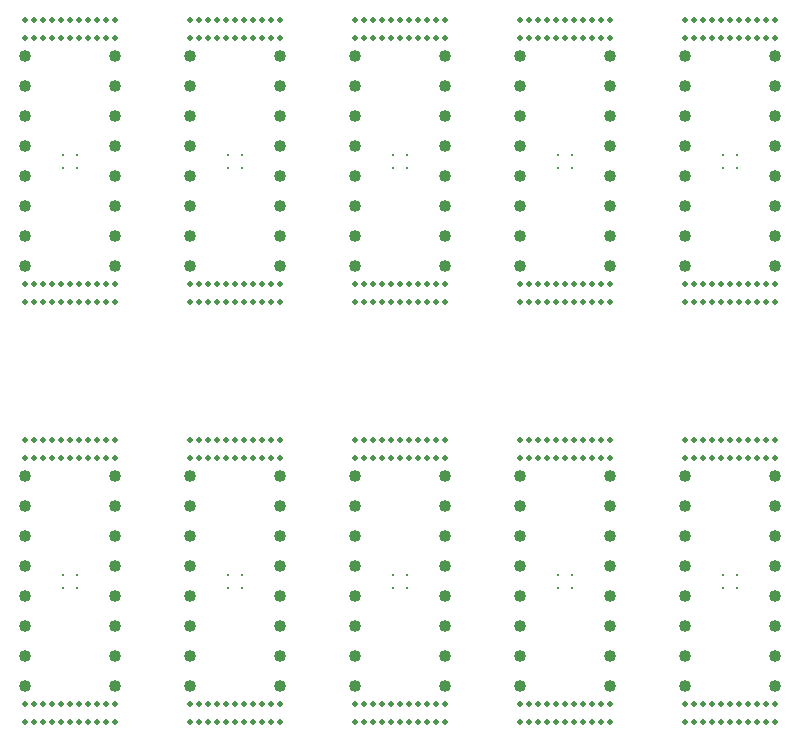
<source format=gbr>
%TF.GenerationSoftware,Altium Limited,Altium Designer,21.6.4 (81)*%
G04 Layer_Color=0*
%FSLAX26Y26*%
%MOIN*%
%TF.SameCoordinates,5FA90F47-3B47-4036-B415-51D33840892C*%
%TF.FilePolarity,Positive*%
%TF.FileFunction,Plated,1,2,PTH,Drill*%
%TF.Part,CustomerPanel*%
G01*
G75*
%TA.AperFunction,OtherDrill,Pad Free-13 (1200mil,1055mil)*%
%ADD29C,0.019685*%
%TA.AperFunction,OtherDrill,Pad Free-13 (1230mil,1055mil)*%
%ADD30C,0.019685*%
%TA.AperFunction,OtherDrill,Pad Free-13 (1260mil,1055mil)*%
%ADD31C,0.019685*%
%TA.AperFunction,OtherDrill,Pad Free-13 (1290mil,1055mil)*%
%ADD32C,0.019685*%
%TA.AperFunction,OtherDrill,Pad Free-13 (1320mil,1055mil)*%
%ADD33C,0.019685*%
%TA.AperFunction,OtherDrill,Pad Free-13 (1350mil,1055mil)*%
%ADD34C,0.019685*%
%TA.AperFunction,OtherDrill,Pad Free-13 (1380mil,1055mil)*%
%ADD35C,0.019685*%
%TA.AperFunction,OtherDrill,Pad Free-13 (1410mil,1055mil)*%
%ADD36C,0.019685*%
%TA.AperFunction,OtherDrill,Pad Free-13 (1440mil,1055mil)*%
%ADD37C,0.019685*%
%TA.AperFunction,OtherDrill,Pad Free-13 (1470mil,1055mil)*%
%ADD38C,0.019685*%
%TA.AperFunction,OtherDrill,Pad Free-13 (1500mil,1055mil)*%
%ADD39C,0.019685*%
%TA.AperFunction,OtherDrill,Pad Free-13 (1500mil,1115mil)*%
%ADD40C,0.019685*%
%TA.AperFunction,OtherDrill,Pad Free-13 (1470mil,1115mil)*%
%ADD41C,0.019685*%
%TA.AperFunction,OtherDrill,Pad Free-13 (1440mil,1115mil)*%
%ADD42C,0.019685*%
%TA.AperFunction,OtherDrill,Pad Free-13 (1410mil,1115mil)*%
%ADD43C,0.019685*%
%TA.AperFunction,OtherDrill,Pad Free-13 (1380mil,1115mil)*%
%ADD44C,0.019685*%
%TA.AperFunction,OtherDrill,Pad Free-13 (1350mil,1115mil)*%
%ADD45C,0.019685*%
%TA.AperFunction,OtherDrill,Pad Free-13 (1320mil,1115mil)*%
%ADD46C,0.019685*%
%TA.AperFunction,OtherDrill,Pad Free-13 (1290mil,1115mil)*%
%ADD47C,0.019685*%
%TA.AperFunction,OtherDrill,Pad Free-13 (1260mil,1115mil)*%
%ADD48C,0.019685*%
%TA.AperFunction,OtherDrill,Pad Free-13 (1230mil,1115mil)*%
%ADD49C,0.019685*%
%TA.AperFunction,OtherDrill,Pad Free-13 (1200mil,1115mil)*%
%ADD50C,0.019685*%
%TA.AperFunction,OtherDrill,Pad Free-13 (1750mil,1055mil)*%
%ADD51C,0.019685*%
%TA.AperFunction,OtherDrill,Pad Free-13 (1780mil,1055mil)*%
%ADD52C,0.019685*%
%TA.AperFunction,OtherDrill,Pad Free-13 (1810mil,1055mil)*%
%ADD53C,0.019685*%
%TA.AperFunction,OtherDrill,Pad Free-13 (1840mil,1055mil)*%
%ADD54C,0.019685*%
%TA.AperFunction,OtherDrill,Pad Free-13 (1870mil,1055mil)*%
%ADD55C,0.019685*%
%TA.AperFunction,OtherDrill,Pad Free-13 (1900mil,1055mil)*%
%ADD56C,0.019685*%
%TA.AperFunction,OtherDrill,Pad Free-13 (1930mil,1055mil)*%
%ADD57C,0.019685*%
%TA.AperFunction,OtherDrill,Pad Free-13 (1960mil,1055mil)*%
%ADD58C,0.019685*%
%TA.AperFunction,OtherDrill,Pad Free-13 (1990mil,1055mil)*%
%ADD59C,0.019685*%
%TA.AperFunction,OtherDrill,Pad Free-13 (2020mil,1055mil)*%
%ADD60C,0.019685*%
%TA.AperFunction,OtherDrill,Pad Free-13 (2050mil,1055mil)*%
%ADD61C,0.019685*%
%TA.AperFunction,OtherDrill,Pad Free-13 (2050mil,1115mil)*%
%ADD62C,0.019685*%
%TA.AperFunction,OtherDrill,Pad Free-13 (2020mil,1115mil)*%
%ADD63C,0.019685*%
%TA.AperFunction,OtherDrill,Pad Free-13 (1990mil,1115mil)*%
%ADD64C,0.019685*%
%TA.AperFunction,OtherDrill,Pad Free-13 (1960mil,1115mil)*%
%ADD65C,0.019685*%
%TA.AperFunction,OtherDrill,Pad Free-13 (1930mil,1115mil)*%
%ADD66C,0.019685*%
%TA.AperFunction,OtherDrill,Pad Free-13 (1900mil,1115mil)*%
%ADD67C,0.019685*%
%TA.AperFunction,OtherDrill,Pad Free-13 (1870mil,1115mil)*%
%ADD68C,0.019685*%
%TA.AperFunction,OtherDrill,Pad Free-13 (1840mil,1115mil)*%
%ADD69C,0.019685*%
%TA.AperFunction,OtherDrill,Pad Free-13 (1810mil,1115mil)*%
%ADD70C,0.019685*%
%TA.AperFunction,OtherDrill,Pad Free-13 (1780mil,1115mil)*%
%ADD71C,0.019685*%
%TA.AperFunction,OtherDrill,Pad Free-13 (1750mil,1115mil)*%
%ADD72C,0.019685*%
%TA.AperFunction,OtherDrill,Pad Free-13 (2850mil,1055mil)*%
%ADD73C,0.019685*%
%TA.AperFunction,OtherDrill,Pad Free-13 (2880mil,1055mil)*%
%ADD74C,0.019685*%
%TA.AperFunction,OtherDrill,Pad Free-13 (2910mil,1055mil)*%
%ADD75C,0.019685*%
%TA.AperFunction,OtherDrill,Pad Free-13 (2940mil,1055mil)*%
%ADD76C,0.019685*%
%TA.AperFunction,OtherDrill,Pad Free-13 (2970mil,1055mil)*%
%ADD77C,0.019685*%
%TA.AperFunction,OtherDrill,Pad Free-13 (3000mil,1055mil)*%
%ADD78C,0.019685*%
%TA.AperFunction,OtherDrill,Pad Free-13 (3030mil,1055mil)*%
%ADD79C,0.019685*%
%TA.AperFunction,OtherDrill,Pad Free-13 (3060mil,1055mil)*%
%ADD80C,0.019685*%
%TA.AperFunction,OtherDrill,Pad Free-13 (3090mil,1055mil)*%
%ADD81C,0.019685*%
%TA.AperFunction,OtherDrill,Pad Free-13 (3120mil,1055mil)*%
%ADD82C,0.019685*%
%TA.AperFunction,OtherDrill,Pad Free-13 (3150mil,1055mil)*%
%ADD83C,0.019685*%
%TA.AperFunction,OtherDrill,Pad Free-13 (3150mil,1115mil)*%
%ADD84C,0.019685*%
%TA.AperFunction,OtherDrill,Pad Free-13 (3120mil,1115mil)*%
%ADD85C,0.019685*%
%TA.AperFunction,OtherDrill,Pad Free-13 (3090mil,1115mil)*%
%ADD86C,0.019685*%
%TA.AperFunction,OtherDrill,Pad Free-13 (3060mil,1115mil)*%
%ADD87C,0.019685*%
%TA.AperFunction,OtherDrill,Pad Free-13 (3030mil,1115mil)*%
%ADD88C,0.019685*%
%TA.AperFunction,OtherDrill,Pad Free-13 (3000mil,1115mil)*%
%ADD89C,0.019685*%
%TA.AperFunction,OtherDrill,Pad Free-13 (2970mil,1115mil)*%
%ADD90C,0.019685*%
%TA.AperFunction,OtherDrill,Pad Free-13 (2940mil,1115mil)*%
%ADD91C,0.019685*%
%TA.AperFunction,OtherDrill,Pad Free-13 (2910mil,1115mil)*%
%ADD92C,0.019685*%
%TA.AperFunction,OtherDrill,Pad Free-13 (2880mil,1115mil)*%
%ADD93C,0.019685*%
%TA.AperFunction,OtherDrill,Pad Free-13 (2850mil,1115mil)*%
%ADD94C,0.019685*%
%TA.AperFunction,OtherDrill,Pad Free-13 (2300mil,1055mil)*%
%ADD95C,0.019685*%
%TA.AperFunction,OtherDrill,Pad Free-13 (2330mil,1055mil)*%
%ADD96C,0.019685*%
%TA.AperFunction,OtherDrill,Pad Free-13 (2360mil,1055mil)*%
%ADD97C,0.019685*%
%TA.AperFunction,OtherDrill,Pad Free-13 (2390mil,1055mil)*%
%ADD98C,0.019685*%
%TA.AperFunction,OtherDrill,Pad Free-13 (2420mil,1055mil)*%
%ADD99C,0.019685*%
%TA.AperFunction,OtherDrill,Pad Free-13 (2450mil,1055mil)*%
%ADD100C,0.019685*%
%TA.AperFunction,OtherDrill,Pad Free-13 (2480mil,1055mil)*%
%ADD101C,0.019685*%
%TA.AperFunction,OtherDrill,Pad Free-13 (2510mil,1055mil)*%
%ADD102C,0.019685*%
%TA.AperFunction,OtherDrill,Pad Free-13 (2540mil,1055mil)*%
%ADD103C,0.019685*%
%TA.AperFunction,OtherDrill,Pad Free-13 (2570mil,1055mil)*%
%ADD104C,0.019685*%
%TA.AperFunction,OtherDrill,Pad Free-13 (2600mil,1055mil)*%
%ADD105C,0.019685*%
%TA.AperFunction,OtherDrill,Pad Free-13 (2600mil,1115mil)*%
%ADD106C,0.019685*%
%TA.AperFunction,OtherDrill,Pad Free-13 (2570mil,1115mil)*%
%ADD107C,0.019685*%
%TA.AperFunction,OtherDrill,Pad Free-13 (2540mil,1115mil)*%
%ADD108C,0.019685*%
%TA.AperFunction,OtherDrill,Pad Free-13 (2510mil,1115mil)*%
%ADD109C,0.019685*%
%TA.AperFunction,OtherDrill,Pad Free-13 (2480mil,1115mil)*%
%ADD110C,0.019685*%
%TA.AperFunction,OtherDrill,Pad Free-13 (2450mil,1115mil)*%
%ADD111C,0.019685*%
%TA.AperFunction,OtherDrill,Pad Free-13 (2420mil,1115mil)*%
%ADD112C,0.019685*%
%TA.AperFunction,OtherDrill,Pad Free-13 (2390mil,1115mil)*%
%ADD113C,0.019685*%
%TA.AperFunction,OtherDrill,Pad Free-13 (2360mil,1115mil)*%
%ADD114C,0.019685*%
%TA.AperFunction,OtherDrill,Pad Free-13 (2330mil,1115mil)*%
%ADD115C,0.019685*%
%TA.AperFunction,OtherDrill,Pad Free-13 (2300mil,1115mil)*%
%ADD116C,0.019685*%
%TA.AperFunction,OtherDrill,Pad Free-13 (3400mil,1055mil)*%
%ADD117C,0.019685*%
%TA.AperFunction,OtherDrill,Pad Free-13 (3430mil,1055mil)*%
%ADD118C,0.019685*%
%TA.AperFunction,OtherDrill,Pad Free-13 (3460mil,1055mil)*%
%ADD119C,0.019685*%
%TA.AperFunction,OtherDrill,Pad Free-13 (3490mil,1055mil)*%
%ADD120C,0.019685*%
%TA.AperFunction,OtherDrill,Pad Free-13 (3520mil,1055mil)*%
%ADD121C,0.019685*%
%TA.AperFunction,OtherDrill,Pad Free-13 (3550mil,1055mil)*%
%ADD122C,0.019685*%
%TA.AperFunction,OtherDrill,Pad Free-13 (3580mil,1055mil)*%
%ADD123C,0.019685*%
%TA.AperFunction,OtherDrill,Pad Free-13 (3610mil,1055mil)*%
%ADD124C,0.019685*%
%TA.AperFunction,OtherDrill,Pad Free-13 (3640mil,1055mil)*%
%ADD125C,0.019685*%
%TA.AperFunction,OtherDrill,Pad Free-13 (3670mil,1055mil)*%
%ADD126C,0.019685*%
%TA.AperFunction,OtherDrill,Pad Free-13 (3700mil,1055mil)*%
%ADD127C,0.019685*%
%TA.AperFunction,OtherDrill,Pad Free-13 (3700mil,1115mil)*%
%ADD128C,0.019685*%
%TA.AperFunction,OtherDrill,Pad Free-13 (3670mil,1115mil)*%
%ADD129C,0.019685*%
%TA.AperFunction,OtherDrill,Pad Free-13 (3640mil,1115mil)*%
%ADD130C,0.019685*%
%TA.AperFunction,OtherDrill,Pad Free-13 (3610mil,1115mil)*%
%ADD131C,0.019685*%
%TA.AperFunction,OtherDrill,Pad Free-13 (3580mil,1115mil)*%
%ADD132C,0.019685*%
%TA.AperFunction,OtherDrill,Pad Free-13 (3550mil,1115mil)*%
%ADD133C,0.019685*%
%TA.AperFunction,OtherDrill,Pad Free-13 (3520mil,1115mil)*%
%ADD134C,0.019685*%
%TA.AperFunction,OtherDrill,Pad Free-13 (3490mil,1115mil)*%
%ADD135C,0.019685*%
%TA.AperFunction,OtherDrill,Pad Free-13 (3460mil,1115mil)*%
%ADD136C,0.019685*%
%TA.AperFunction,OtherDrill,Pad Free-13 (3430mil,1115mil)*%
%ADD137C,0.019685*%
%TA.AperFunction,OtherDrill,Pad Free-13 (3400mil,1115mil)*%
%ADD138C,0.019685*%
%TA.AperFunction,OtherDrill,Pad Free-13 (1200mil,1935mil)*%
%ADD139C,0.019685*%
%TA.AperFunction,OtherDrill,Pad Free-13 (1230mil,1935mil)*%
%ADD140C,0.019685*%
%TA.AperFunction,OtherDrill,Pad Free-13 (1260mil,1935mil)*%
%ADD141C,0.019685*%
%TA.AperFunction,OtherDrill,Pad Free-13 (1290mil,1935mil)*%
%ADD142C,0.019685*%
%TA.AperFunction,OtherDrill,Pad Free-13 (1320mil,1935mil)*%
%ADD143C,0.019685*%
%TA.AperFunction,OtherDrill,Pad Free-13 (1350mil,1935mil)*%
%ADD144C,0.019685*%
%TA.AperFunction,OtherDrill,Pad Free-13 (1380mil,1935mil)*%
%ADD145C,0.019685*%
%TA.AperFunction,OtherDrill,Pad Free-13 (1410mil,1935mil)*%
%ADD146C,0.019685*%
%TA.AperFunction,OtherDrill,Pad Free-13 (1440mil,1935mil)*%
%ADD147C,0.019685*%
%TA.AperFunction,OtherDrill,Pad Free-13 (1470mil,1935mil)*%
%ADD148C,0.019685*%
%TA.AperFunction,OtherDrill,Pad Free-13 (1500mil,1935mil)*%
%ADD149C,0.019685*%
%TA.AperFunction,OtherDrill,Pad Free-13 (1500mil,1995mil)*%
%ADD150C,0.019685*%
%TA.AperFunction,OtherDrill,Pad Free-13 (1470mil,1995mil)*%
%ADD151C,0.019685*%
%TA.AperFunction,OtherDrill,Pad Free-13 (1440mil,1995mil)*%
%ADD152C,0.019685*%
%TA.AperFunction,OtherDrill,Pad Free-13 (1410mil,1995mil)*%
%ADD153C,0.019685*%
%TA.AperFunction,OtherDrill,Pad Free-13 (1380mil,1995mil)*%
%ADD154C,0.019685*%
%TA.AperFunction,OtherDrill,Pad Free-13 (1350mil,1995mil)*%
%ADD155C,0.019685*%
%TA.AperFunction,OtherDrill,Pad Free-13 (1320mil,1995mil)*%
%ADD156C,0.019685*%
%TA.AperFunction,OtherDrill,Pad Free-13 (1290mil,1995mil)*%
%ADD157C,0.019685*%
%TA.AperFunction,OtherDrill,Pad Free-13 (1260mil,1995mil)*%
%ADD158C,0.019685*%
%TA.AperFunction,OtherDrill,Pad Free-13 (1230mil,1995mil)*%
%ADD159C,0.019685*%
%TA.AperFunction,OtherDrill,Pad Free-13 (1200mil,1995mil)*%
%ADD160C,0.019685*%
%TA.AperFunction,OtherDrill,Pad Free-13 (1750mil,1935mil)*%
%ADD161C,0.019685*%
%TA.AperFunction,OtherDrill,Pad Free-13 (1780mil,1935mil)*%
%ADD162C,0.019685*%
%TA.AperFunction,OtherDrill,Pad Free-13 (1810mil,1935mil)*%
%ADD163C,0.019685*%
%TA.AperFunction,OtherDrill,Pad Free-13 (1840mil,1935mil)*%
%ADD164C,0.019685*%
%TA.AperFunction,OtherDrill,Pad Free-13 (1870mil,1935mil)*%
%ADD165C,0.019685*%
%TA.AperFunction,OtherDrill,Pad Free-13 (1900mil,1935mil)*%
%ADD166C,0.019685*%
%TA.AperFunction,OtherDrill,Pad Free-13 (1930mil,1935mil)*%
%ADD167C,0.019685*%
%TA.AperFunction,OtherDrill,Pad Free-13 (1960mil,1935mil)*%
%ADD168C,0.019685*%
%TA.AperFunction,OtherDrill,Pad Free-13 (1990mil,1935mil)*%
%ADD169C,0.019685*%
%TA.AperFunction,OtherDrill,Pad Free-13 (2020mil,1935mil)*%
%ADD170C,0.019685*%
%TA.AperFunction,OtherDrill,Pad Free-13 (2050mil,1935mil)*%
%ADD171C,0.019685*%
%TA.AperFunction,OtherDrill,Pad Free-13 (2050mil,1995mil)*%
%ADD172C,0.019685*%
%TA.AperFunction,OtherDrill,Pad Free-13 (2020mil,1995mil)*%
%ADD173C,0.019685*%
%TA.AperFunction,OtherDrill,Pad Free-13 (1990mil,1995mil)*%
%ADD174C,0.019685*%
%TA.AperFunction,OtherDrill,Pad Free-13 (1960mil,1995mil)*%
%ADD175C,0.019685*%
%TA.AperFunction,OtherDrill,Pad Free-13 (1930mil,1995mil)*%
%ADD176C,0.019685*%
%TA.AperFunction,OtherDrill,Pad Free-13 (1900mil,1995mil)*%
%ADD177C,0.019685*%
%TA.AperFunction,OtherDrill,Pad Free-13 (1870mil,1995mil)*%
%ADD178C,0.019685*%
%TA.AperFunction,OtherDrill,Pad Free-13 (1840mil,1995mil)*%
%ADD179C,0.019685*%
%TA.AperFunction,OtherDrill,Pad Free-13 (1810mil,1995mil)*%
%ADD180C,0.019685*%
%TA.AperFunction,OtherDrill,Pad Free-13 (1780mil,1995mil)*%
%ADD181C,0.019685*%
%TA.AperFunction,OtherDrill,Pad Free-13 (1750mil,1995mil)*%
%ADD182C,0.019685*%
%TA.AperFunction,OtherDrill,Pad Free-13 (2850mil,1935mil)*%
%ADD183C,0.019685*%
%TA.AperFunction,OtherDrill,Pad Free-13 (2880mil,1935mil)*%
%ADD184C,0.019685*%
%TA.AperFunction,OtherDrill,Pad Free-13 (2910mil,1935mil)*%
%ADD185C,0.019685*%
%TA.AperFunction,OtherDrill,Pad Free-13 (2940mil,1935mil)*%
%ADD186C,0.019685*%
%TA.AperFunction,OtherDrill,Pad Free-13 (2970mil,1935mil)*%
%ADD187C,0.019685*%
%TA.AperFunction,OtherDrill,Pad Free-13 (3000mil,1935mil)*%
%ADD188C,0.019685*%
%TA.AperFunction,OtherDrill,Pad Free-13 (3030mil,1935mil)*%
%ADD189C,0.019685*%
%TA.AperFunction,OtherDrill,Pad Free-13 (3060mil,1935mil)*%
%ADD190C,0.019685*%
%TA.AperFunction,OtherDrill,Pad Free-13 (3090mil,1935mil)*%
%ADD191C,0.019685*%
%TA.AperFunction,OtherDrill,Pad Free-13 (3120mil,1935mil)*%
%ADD192C,0.019685*%
%TA.AperFunction,OtherDrill,Pad Free-13 (3150mil,1935mil)*%
%ADD193C,0.019685*%
%TA.AperFunction,OtherDrill,Pad Free-13 (3150mil,1995mil)*%
%ADD194C,0.019685*%
%TA.AperFunction,OtherDrill,Pad Free-13 (3120mil,1995mil)*%
%ADD195C,0.019685*%
%TA.AperFunction,OtherDrill,Pad Free-13 (3090mil,1995mil)*%
%ADD196C,0.019685*%
%TA.AperFunction,OtherDrill,Pad Free-13 (3060mil,1995mil)*%
%ADD197C,0.019685*%
%TA.AperFunction,OtherDrill,Pad Free-13 (3030mil,1995mil)*%
%ADD198C,0.019685*%
%TA.AperFunction,OtherDrill,Pad Free-13 (3000mil,1995mil)*%
%ADD199C,0.019685*%
%TA.AperFunction,OtherDrill,Pad Free-13 (2970mil,1995mil)*%
%ADD200C,0.019685*%
%TA.AperFunction,OtherDrill,Pad Free-13 (2940mil,1995mil)*%
%ADD201C,0.019685*%
%TA.AperFunction,OtherDrill,Pad Free-13 (2910mil,1995mil)*%
%ADD202C,0.019685*%
%TA.AperFunction,OtherDrill,Pad Free-13 (2880mil,1995mil)*%
%ADD203C,0.019685*%
%TA.AperFunction,OtherDrill,Pad Free-13 (2850mil,1995mil)*%
%ADD204C,0.019685*%
%TA.AperFunction,OtherDrill,Pad Free-13 (2300mil,1935mil)*%
%ADD205C,0.019685*%
%TA.AperFunction,OtherDrill,Pad Free-13 (2330mil,1935mil)*%
%ADD206C,0.019685*%
%TA.AperFunction,OtherDrill,Pad Free-13 (2360mil,1935mil)*%
%ADD207C,0.019685*%
%TA.AperFunction,OtherDrill,Pad Free-13 (2390mil,1935mil)*%
%ADD208C,0.019685*%
%TA.AperFunction,OtherDrill,Pad Free-13 (2420mil,1935mil)*%
%ADD209C,0.019685*%
%TA.AperFunction,OtherDrill,Pad Free-13 (2450mil,1935mil)*%
%ADD210C,0.019685*%
%TA.AperFunction,OtherDrill,Pad Free-13 (2480mil,1935mil)*%
%ADD211C,0.019685*%
%TA.AperFunction,OtherDrill,Pad Free-13 (2510mil,1935mil)*%
%ADD212C,0.019685*%
%TA.AperFunction,OtherDrill,Pad Free-13 (2540mil,1935mil)*%
%ADD213C,0.019685*%
%TA.AperFunction,OtherDrill,Pad Free-13 (2570mil,1935mil)*%
%ADD214C,0.019685*%
%TA.AperFunction,OtherDrill,Pad Free-13 (2600mil,1935mil)*%
%ADD215C,0.019685*%
%TA.AperFunction,OtherDrill,Pad Free-13 (2600mil,1995mil)*%
%ADD216C,0.019685*%
%TA.AperFunction,OtherDrill,Pad Free-13 (2570mil,1995mil)*%
%ADD217C,0.019685*%
%TA.AperFunction,OtherDrill,Pad Free-13 (2540mil,1995mil)*%
%ADD218C,0.019685*%
%TA.AperFunction,OtherDrill,Pad Free-13 (2510mil,1995mil)*%
%ADD219C,0.019685*%
%TA.AperFunction,OtherDrill,Pad Free-13 (2480mil,1995mil)*%
%ADD220C,0.019685*%
%TA.AperFunction,OtherDrill,Pad Free-13 (2450mil,1995mil)*%
%ADD221C,0.019685*%
%TA.AperFunction,OtherDrill,Pad Free-13 (2420mil,1995mil)*%
%ADD222C,0.019685*%
%TA.AperFunction,OtherDrill,Pad Free-13 (2390mil,1995mil)*%
%ADD223C,0.019685*%
%TA.AperFunction,OtherDrill,Pad Free-13 (2360mil,1995mil)*%
%ADD224C,0.019685*%
%TA.AperFunction,OtherDrill,Pad Free-13 (2330mil,1995mil)*%
%ADD225C,0.019685*%
%TA.AperFunction,OtherDrill,Pad Free-13 (2300mil,1995mil)*%
%ADD226C,0.019685*%
%TA.AperFunction,OtherDrill,Pad Free-13 (3400mil,1935mil)*%
%ADD227C,0.019685*%
%TA.AperFunction,OtherDrill,Pad Free-13 (3430mil,1935mil)*%
%ADD228C,0.019685*%
%TA.AperFunction,OtherDrill,Pad Free-13 (3460mil,1935mil)*%
%ADD229C,0.019685*%
%TA.AperFunction,OtherDrill,Pad Free-13 (3490mil,1935mil)*%
%ADD230C,0.019685*%
%TA.AperFunction,OtherDrill,Pad Free-13 (3520mil,1935mil)*%
%ADD231C,0.019685*%
%TA.AperFunction,OtherDrill,Pad Free-13 (3550mil,1935mil)*%
%ADD232C,0.019685*%
%TA.AperFunction,OtherDrill,Pad Free-13 (3580mil,1935mil)*%
%ADD233C,0.019685*%
%TA.AperFunction,OtherDrill,Pad Free-13 (3610mil,1935mil)*%
%ADD234C,0.019685*%
%TA.AperFunction,OtherDrill,Pad Free-13 (3640mil,1935mil)*%
%ADD235C,0.019685*%
%TA.AperFunction,OtherDrill,Pad Free-13 (3670mil,1935mil)*%
%ADD236C,0.019685*%
%TA.AperFunction,OtherDrill,Pad Free-13 (3700mil,1935mil)*%
%ADD237C,0.019685*%
%TA.AperFunction,OtherDrill,Pad Free-13 (3700mil,1995mil)*%
%ADD238C,0.019685*%
%TA.AperFunction,OtherDrill,Pad Free-13 (3670mil,1995mil)*%
%ADD239C,0.019685*%
%TA.AperFunction,OtherDrill,Pad Free-13 (3640mil,1995mil)*%
%ADD240C,0.019685*%
%TA.AperFunction,OtherDrill,Pad Free-13 (3610mil,1995mil)*%
%ADD241C,0.019685*%
%TA.AperFunction,OtherDrill,Pad Free-13 (3580mil,1995mil)*%
%ADD242C,0.019685*%
%TA.AperFunction,OtherDrill,Pad Free-13 (3550mil,1995mil)*%
%ADD243C,0.019685*%
%TA.AperFunction,OtherDrill,Pad Free-13 (3520mil,1995mil)*%
%ADD244C,0.019685*%
%TA.AperFunction,OtherDrill,Pad Free-13 (3490mil,1995mil)*%
%ADD245C,0.019685*%
%TA.AperFunction,OtherDrill,Pad Free-13 (3460mil,1995mil)*%
%ADD246C,0.019685*%
%TA.AperFunction,OtherDrill,Pad Free-13 (3430mil,1995mil)*%
%ADD247C,0.019685*%
%TA.AperFunction,OtherDrill,Pad Free-13 (3400mil,1995mil)*%
%ADD248C,0.019685*%
%TA.AperFunction,OtherDrill,Pad Free-13 (3400mil,2515mil)*%
%ADD249C,0.019685*%
%TA.AperFunction,OtherDrill,Pad Free-13 (3430mil,2515mil)*%
%ADD250C,0.019685*%
%TA.AperFunction,OtherDrill,Pad Free-13 (3460mil,2515mil)*%
%ADD251C,0.019685*%
%TA.AperFunction,OtherDrill,Pad Free-13 (3490mil,2515mil)*%
%ADD252C,0.019685*%
%TA.AperFunction,OtherDrill,Pad Free-13 (3520mil,2515mil)*%
%ADD253C,0.019685*%
%TA.AperFunction,OtherDrill,Pad Free-13 (3550mil,2515mil)*%
%ADD254C,0.019685*%
%TA.AperFunction,OtherDrill,Pad Free-13 (3580mil,2515mil)*%
%ADD255C,0.019685*%
%TA.AperFunction,OtherDrill,Pad Free-13 (3610mil,2515mil)*%
%ADD256C,0.019685*%
%TA.AperFunction,OtherDrill,Pad Free-13 (3640mil,2515mil)*%
%ADD257C,0.019685*%
%TA.AperFunction,OtherDrill,Pad Free-13 (3670mil,2515mil)*%
%ADD258C,0.019685*%
%TA.AperFunction,OtherDrill,Pad Free-13 (3700mil,2515mil)*%
%ADD259C,0.019685*%
%TA.AperFunction,OtherDrill,Pad Free-13 (3700mil,2455mil)*%
%ADD260C,0.019685*%
%TA.AperFunction,OtherDrill,Pad Free-13 (3670mil,2455mil)*%
%ADD261C,0.019685*%
%TA.AperFunction,OtherDrill,Pad Free-13 (3640mil,2455mil)*%
%ADD262C,0.019685*%
%TA.AperFunction,OtherDrill,Pad Free-13 (3610mil,2455mil)*%
%ADD263C,0.019685*%
%TA.AperFunction,OtherDrill,Pad Free-13 (3580mil,2455mil)*%
%ADD264C,0.019685*%
%TA.AperFunction,OtherDrill,Pad Free-13 (3550mil,2455mil)*%
%ADD265C,0.019685*%
%TA.AperFunction,OtherDrill,Pad Free-13 (3520mil,2455mil)*%
%ADD266C,0.019685*%
%TA.AperFunction,OtherDrill,Pad Free-13 (3490mil,2455mil)*%
%ADD267C,0.019685*%
%TA.AperFunction,OtherDrill,Pad Free-13 (3460mil,2455mil)*%
%ADD268C,0.019685*%
%TA.AperFunction,OtherDrill,Pad Free-13 (3430mil,2455mil)*%
%ADD269C,0.019685*%
%TA.AperFunction,OtherDrill,Pad Free-13 (3400mil,2455mil)*%
%ADD270C,0.019685*%
%TA.AperFunction,OtherDrill,Pad Free-13 (2300mil,2515mil)*%
%ADD271C,0.019685*%
%TA.AperFunction,OtherDrill,Pad Free-13 (2330mil,2515mil)*%
%ADD272C,0.019685*%
%TA.AperFunction,OtherDrill,Pad Free-13 (2360mil,2515mil)*%
%ADD273C,0.019685*%
%TA.AperFunction,OtherDrill,Pad Free-13 (2390mil,2515mil)*%
%ADD274C,0.019685*%
%TA.AperFunction,OtherDrill,Pad Free-13 (2420mil,2515mil)*%
%ADD275C,0.019685*%
%TA.AperFunction,OtherDrill,Pad Free-13 (2450mil,2515mil)*%
%ADD276C,0.019685*%
%TA.AperFunction,OtherDrill,Pad Free-13 (2480mil,2515mil)*%
%ADD277C,0.019685*%
%TA.AperFunction,OtherDrill,Pad Free-13 (2510mil,2515mil)*%
%ADD278C,0.019685*%
%TA.AperFunction,OtherDrill,Pad Free-13 (2540mil,2515mil)*%
%ADD279C,0.019685*%
%TA.AperFunction,OtherDrill,Pad Free-13 (2570mil,2515mil)*%
%ADD280C,0.019685*%
%TA.AperFunction,OtherDrill,Pad Free-13 (2600mil,2515mil)*%
%ADD281C,0.019685*%
%TA.AperFunction,OtherDrill,Pad Free-13 (2600mil,2455mil)*%
%ADD282C,0.019685*%
%TA.AperFunction,OtherDrill,Pad Free-13 (2570mil,2455mil)*%
%ADD283C,0.019685*%
%TA.AperFunction,OtherDrill,Pad Free-13 (2540mil,2455mil)*%
%ADD284C,0.019685*%
%TA.AperFunction,OtherDrill,Pad Free-13 (2510mil,2455mil)*%
%ADD285C,0.019685*%
%TA.AperFunction,OtherDrill,Pad Free-13 (2480mil,2455mil)*%
%ADD286C,0.019685*%
%TA.AperFunction,OtherDrill,Pad Free-13 (2450mil,2455mil)*%
%ADD287C,0.019685*%
%TA.AperFunction,OtherDrill,Pad Free-13 (2420mil,2455mil)*%
%ADD288C,0.019685*%
%TA.AperFunction,OtherDrill,Pad Free-13 (2390mil,2455mil)*%
%ADD289C,0.019685*%
%TA.AperFunction,OtherDrill,Pad Free-13 (2360mil,2455mil)*%
%ADD290C,0.019685*%
%TA.AperFunction,OtherDrill,Pad Free-13 (2330mil,2455mil)*%
%ADD291C,0.019685*%
%TA.AperFunction,OtherDrill,Pad Free-13 (2300mil,2455mil)*%
%ADD292C,0.019685*%
%TA.AperFunction,OtherDrill,Pad Free-13 (2850mil,2515mil)*%
%ADD293C,0.019685*%
%TA.AperFunction,OtherDrill,Pad Free-13 (2880mil,2515mil)*%
%ADD294C,0.019685*%
%TA.AperFunction,OtherDrill,Pad Free-13 (2910mil,2515mil)*%
%ADD295C,0.019685*%
%TA.AperFunction,OtherDrill,Pad Free-13 (2940mil,2515mil)*%
%ADD296C,0.019685*%
%TA.AperFunction,OtherDrill,Pad Free-13 (2970mil,2515mil)*%
%ADD297C,0.019685*%
%TA.AperFunction,OtherDrill,Pad Free-13 (3000mil,2515mil)*%
%ADD298C,0.019685*%
%TA.AperFunction,OtherDrill,Pad Free-13 (3030mil,2515mil)*%
%ADD299C,0.019685*%
%TA.AperFunction,OtherDrill,Pad Free-13 (3060mil,2515mil)*%
%ADD300C,0.019685*%
%TA.AperFunction,OtherDrill,Pad Free-13 (3090mil,2515mil)*%
%ADD301C,0.019685*%
%TA.AperFunction,OtherDrill,Pad Free-13 (3120mil,2515mil)*%
%ADD302C,0.019685*%
%TA.AperFunction,OtherDrill,Pad Free-13 (3150mil,2515mil)*%
%ADD303C,0.019685*%
%TA.AperFunction,OtherDrill,Pad Free-13 (3150mil,2455mil)*%
%ADD304C,0.019685*%
%TA.AperFunction,OtherDrill,Pad Free-13 (3120mil,2455mil)*%
%ADD305C,0.019685*%
%TA.AperFunction,OtherDrill,Pad Free-13 (3090mil,2455mil)*%
%ADD306C,0.019685*%
%TA.AperFunction,OtherDrill,Pad Free-13 (3060mil,2455mil)*%
%ADD307C,0.019685*%
%TA.AperFunction,OtherDrill,Pad Free-13 (3030mil,2455mil)*%
%ADD308C,0.019685*%
%TA.AperFunction,OtherDrill,Pad Free-13 (3000mil,2455mil)*%
%ADD309C,0.019685*%
%TA.AperFunction,OtherDrill,Pad Free-13 (2970mil,2455mil)*%
%ADD310C,0.019685*%
%TA.AperFunction,OtherDrill,Pad Free-13 (2940mil,2455mil)*%
%ADD311C,0.019685*%
%TA.AperFunction,OtherDrill,Pad Free-13 (2910mil,2455mil)*%
%ADD312C,0.019685*%
%TA.AperFunction,OtherDrill,Pad Free-13 (2880mil,2455mil)*%
%ADD313C,0.019685*%
%TA.AperFunction,OtherDrill,Pad Free-13 (2850mil,2455mil)*%
%ADD314C,0.019685*%
%TA.AperFunction,OtherDrill,Pad Free-13 (3400mil,3395mil)*%
%ADD315C,0.019685*%
%TA.AperFunction,OtherDrill,Pad Free-13 (3430mil,3395mil)*%
%ADD316C,0.019685*%
%TA.AperFunction,OtherDrill,Pad Free-13 (3460mil,3395mil)*%
%ADD317C,0.019685*%
%TA.AperFunction,OtherDrill,Pad Free-13 (3490mil,3395mil)*%
%ADD318C,0.019685*%
%TA.AperFunction,OtherDrill,Pad Free-13 (3520mil,3395mil)*%
%ADD319C,0.019685*%
%TA.AperFunction,OtherDrill,Pad Free-13 (3550mil,3395mil)*%
%ADD320C,0.019685*%
%TA.AperFunction,OtherDrill,Pad Free-13 (3580mil,3395mil)*%
%ADD321C,0.019685*%
%TA.AperFunction,OtherDrill,Pad Free-13 (3610mil,3395mil)*%
%ADD322C,0.019685*%
%TA.AperFunction,OtherDrill,Pad Free-13 (3640mil,3395mil)*%
%ADD323C,0.019685*%
%TA.AperFunction,OtherDrill,Pad Free-13 (3670mil,3395mil)*%
%ADD324C,0.019685*%
%TA.AperFunction,OtherDrill,Pad Free-13 (3700mil,3395mil)*%
%ADD325C,0.019685*%
%TA.AperFunction,OtherDrill,Pad Free-13 (3700mil,3335mil)*%
%ADD326C,0.019685*%
%TA.AperFunction,OtherDrill,Pad Free-13 (3670mil,3335mil)*%
%ADD327C,0.019685*%
%TA.AperFunction,OtherDrill,Pad Free-13 (3640mil,3335mil)*%
%ADD328C,0.019685*%
%TA.AperFunction,OtherDrill,Pad Free-13 (3610mil,3335mil)*%
%ADD329C,0.019685*%
%TA.AperFunction,OtherDrill,Pad Free-13 (3580mil,3335mil)*%
%ADD330C,0.019685*%
%TA.AperFunction,OtherDrill,Pad Free-13 (3550mil,3335mil)*%
%ADD331C,0.019685*%
%TA.AperFunction,OtherDrill,Pad Free-13 (3520mil,3335mil)*%
%ADD332C,0.019685*%
%TA.AperFunction,OtherDrill,Pad Free-13 (3490mil,3335mil)*%
%ADD333C,0.019685*%
%TA.AperFunction,OtherDrill,Pad Free-13 (3460mil,3335mil)*%
%ADD334C,0.019685*%
%TA.AperFunction,OtherDrill,Pad Free-13 (3430mil,3335mil)*%
%ADD335C,0.019685*%
%TA.AperFunction,OtherDrill,Pad Free-13 (3400mil,3335mil)*%
%ADD336C,0.019685*%
%TA.AperFunction,OtherDrill,Pad Free-13 (2850mil,3395mil)*%
%ADD337C,0.019685*%
%TA.AperFunction,OtherDrill,Pad Free-13 (2880mil,3395mil)*%
%ADD338C,0.019685*%
%TA.AperFunction,OtherDrill,Pad Free-13 (2910mil,3395mil)*%
%ADD339C,0.019685*%
%TA.AperFunction,OtherDrill,Pad Free-13 (2940mil,3395mil)*%
%ADD340C,0.019685*%
%TA.AperFunction,OtherDrill,Pad Free-13 (2970mil,3395mil)*%
%ADD341C,0.019685*%
%TA.AperFunction,OtherDrill,Pad Free-13 (3000mil,3395mil)*%
%ADD342C,0.019685*%
%TA.AperFunction,OtherDrill,Pad Free-13 (3030mil,3395mil)*%
%ADD343C,0.019685*%
%TA.AperFunction,OtherDrill,Pad Free-13 (3060mil,3395mil)*%
%ADD344C,0.019685*%
%TA.AperFunction,OtherDrill,Pad Free-13 (3090mil,3395mil)*%
%ADD345C,0.019685*%
%TA.AperFunction,OtherDrill,Pad Free-13 (3120mil,3395mil)*%
%ADD346C,0.019685*%
%TA.AperFunction,OtherDrill,Pad Free-13 (3150mil,3395mil)*%
%ADD347C,0.019685*%
%TA.AperFunction,OtherDrill,Pad Free-13 (3150mil,3335mil)*%
%ADD348C,0.019685*%
%TA.AperFunction,OtherDrill,Pad Free-13 (3120mil,3335mil)*%
%ADD349C,0.019685*%
%TA.AperFunction,OtherDrill,Pad Free-13 (3090mil,3335mil)*%
%ADD350C,0.019685*%
%TA.AperFunction,OtherDrill,Pad Free-13 (3060mil,3335mil)*%
%ADD351C,0.019685*%
%TA.AperFunction,OtherDrill,Pad Free-13 (3030mil,3335mil)*%
%ADD352C,0.019685*%
%TA.AperFunction,OtherDrill,Pad Free-13 (3000mil,3335mil)*%
%ADD353C,0.019685*%
%TA.AperFunction,OtherDrill,Pad Free-13 (2970mil,3335mil)*%
%ADD354C,0.019685*%
%TA.AperFunction,OtherDrill,Pad Free-13 (2940mil,3335mil)*%
%ADD355C,0.019685*%
%TA.AperFunction,OtherDrill,Pad Free-13 (2910mil,3335mil)*%
%ADD356C,0.019685*%
%TA.AperFunction,OtherDrill,Pad Free-13 (2880mil,3335mil)*%
%ADD357C,0.019685*%
%TA.AperFunction,OtherDrill,Pad Free-13 (2850mil,3335mil)*%
%ADD358C,0.019685*%
%TA.AperFunction,OtherDrill,Pad Free-13 (2300mil,3395mil)*%
%ADD359C,0.019685*%
%TA.AperFunction,OtherDrill,Pad Free-13 (2330mil,3395mil)*%
%ADD360C,0.019685*%
%TA.AperFunction,OtherDrill,Pad Free-13 (2360mil,3395mil)*%
%ADD361C,0.019685*%
%TA.AperFunction,OtherDrill,Pad Free-13 (2390mil,3395mil)*%
%ADD362C,0.019685*%
%TA.AperFunction,OtherDrill,Pad Free-13 (2420mil,3395mil)*%
%ADD363C,0.019685*%
%TA.AperFunction,OtherDrill,Pad Free-13 (2450mil,3395mil)*%
%ADD364C,0.019685*%
%TA.AperFunction,OtherDrill,Pad Free-13 (2480mil,3395mil)*%
%ADD365C,0.019685*%
%TA.AperFunction,OtherDrill,Pad Free-13 (2510mil,3395mil)*%
%ADD366C,0.019685*%
%TA.AperFunction,OtherDrill,Pad Free-13 (2540mil,3395mil)*%
%ADD367C,0.019685*%
%TA.AperFunction,OtherDrill,Pad Free-13 (2570mil,3395mil)*%
%ADD368C,0.019685*%
%TA.AperFunction,OtherDrill,Pad Free-13 (2600mil,3395mil)*%
%ADD369C,0.019685*%
%TA.AperFunction,OtherDrill,Pad Free-13 (2600mil,3335mil)*%
%ADD370C,0.019685*%
%TA.AperFunction,OtherDrill,Pad Free-13 (2570mil,3335mil)*%
%ADD371C,0.019685*%
%TA.AperFunction,OtherDrill,Pad Free-13 (2540mil,3335mil)*%
%ADD372C,0.019685*%
%TA.AperFunction,OtherDrill,Pad Free-13 (2510mil,3335mil)*%
%ADD373C,0.019685*%
%TA.AperFunction,OtherDrill,Pad Free-13 (2480mil,3335mil)*%
%ADD374C,0.019685*%
%TA.AperFunction,OtherDrill,Pad Free-13 (2450mil,3335mil)*%
%ADD375C,0.019685*%
%TA.AperFunction,OtherDrill,Pad Free-13 (2420mil,3335mil)*%
%ADD376C,0.019685*%
%TA.AperFunction,OtherDrill,Pad Free-13 (2390mil,3335mil)*%
%ADD377C,0.019685*%
%TA.AperFunction,OtherDrill,Pad Free-13 (2360mil,3335mil)*%
%ADD378C,0.019685*%
%TA.AperFunction,OtherDrill,Pad Free-13 (2330mil,3335mil)*%
%ADD379C,0.019685*%
%TA.AperFunction,OtherDrill,Pad Free-13 (2300mil,3335mil)*%
%ADD380C,0.019685*%
%TA.AperFunction,OtherDrill,Pad Free-13 (1750mil,3395mil)*%
%ADD381C,0.019685*%
%TA.AperFunction,OtherDrill,Pad Free-13 (1780mil,3395mil)*%
%ADD382C,0.019685*%
%TA.AperFunction,OtherDrill,Pad Free-13 (1810mil,3395mil)*%
%ADD383C,0.019685*%
%TA.AperFunction,OtherDrill,Pad Free-13 (1840mil,3395mil)*%
%ADD384C,0.019685*%
%TA.AperFunction,OtherDrill,Pad Free-13 (1870mil,3395mil)*%
%ADD385C,0.019685*%
%TA.AperFunction,OtherDrill,Pad Free-13 (1900mil,3395mil)*%
%ADD386C,0.019685*%
%TA.AperFunction,OtherDrill,Pad Free-13 (1930mil,3395mil)*%
%ADD387C,0.019685*%
%TA.AperFunction,OtherDrill,Pad Free-13 (1960mil,3395mil)*%
%ADD388C,0.019685*%
%TA.AperFunction,OtherDrill,Pad Free-13 (1990mil,3395mil)*%
%ADD389C,0.019685*%
%TA.AperFunction,OtherDrill,Pad Free-13 (2020mil,3395mil)*%
%ADD390C,0.019685*%
%TA.AperFunction,OtherDrill,Pad Free-13 (2050mil,3395mil)*%
%ADD391C,0.019685*%
%TA.AperFunction,OtherDrill,Pad Free-13 (2050mil,3335mil)*%
%ADD392C,0.019685*%
%TA.AperFunction,OtherDrill,Pad Free-13 (2020mil,3335mil)*%
%ADD393C,0.019685*%
%TA.AperFunction,OtherDrill,Pad Free-13 (1990mil,3335mil)*%
%ADD394C,0.019685*%
%TA.AperFunction,OtherDrill,Pad Free-13 (1960mil,3335mil)*%
%ADD395C,0.019685*%
%TA.AperFunction,OtherDrill,Pad Free-13 (1930mil,3335mil)*%
%ADD396C,0.019685*%
%TA.AperFunction,OtherDrill,Pad Free-13 (1900mil,3335mil)*%
%ADD397C,0.019685*%
%TA.AperFunction,OtherDrill,Pad Free-13 (1870mil,3335mil)*%
%ADD398C,0.019685*%
%TA.AperFunction,OtherDrill,Pad Free-13 (1840mil,3335mil)*%
%ADD399C,0.019685*%
%TA.AperFunction,OtherDrill,Pad Free-13 (1810mil,3335mil)*%
%ADD400C,0.019685*%
%TA.AperFunction,OtherDrill,Pad Free-13 (1780mil,3335mil)*%
%ADD401C,0.019685*%
%TA.AperFunction,OtherDrill,Pad Free-13 (1750mil,3335mil)*%
%ADD402C,0.019685*%
%TA.AperFunction,OtherDrill,Pad Free-13 (1750mil,2515mil)*%
%ADD403C,0.019685*%
%TA.AperFunction,OtherDrill,Pad Free-13 (1780mil,2515mil)*%
%ADD404C,0.019685*%
%TA.AperFunction,OtherDrill,Pad Free-13 (1810mil,2515mil)*%
%ADD405C,0.019685*%
%TA.AperFunction,OtherDrill,Pad Free-13 (1840mil,2515mil)*%
%ADD406C,0.019685*%
%TA.AperFunction,OtherDrill,Pad Free-13 (1870mil,2515mil)*%
%ADD407C,0.019685*%
%TA.AperFunction,OtherDrill,Pad Free-13 (1900mil,2515mil)*%
%ADD408C,0.019685*%
%TA.AperFunction,OtherDrill,Pad Free-13 (1930mil,2515mil)*%
%ADD409C,0.019685*%
%TA.AperFunction,OtherDrill,Pad Free-13 (1960mil,2515mil)*%
%ADD410C,0.019685*%
%TA.AperFunction,OtherDrill,Pad Free-13 (1990mil,2515mil)*%
%ADD411C,0.019685*%
%TA.AperFunction,OtherDrill,Pad Free-13 (2020mil,2515mil)*%
%ADD412C,0.019685*%
%TA.AperFunction,OtherDrill,Pad Free-13 (2050mil,2515mil)*%
%ADD413C,0.019685*%
%TA.AperFunction,OtherDrill,Pad Free-13 (2050mil,2455mil)*%
%ADD414C,0.019685*%
%TA.AperFunction,OtherDrill,Pad Free-13 (2020mil,2455mil)*%
%ADD415C,0.019685*%
%TA.AperFunction,OtherDrill,Pad Free-13 (1990mil,2455mil)*%
%ADD416C,0.019685*%
%TA.AperFunction,OtherDrill,Pad Free-13 (1960mil,2455mil)*%
%ADD417C,0.019685*%
%TA.AperFunction,OtherDrill,Pad Free-13 (1930mil,2455mil)*%
%ADD418C,0.019685*%
%TA.AperFunction,OtherDrill,Pad Free-13 (1900mil,2455mil)*%
%ADD419C,0.019685*%
%TA.AperFunction,OtherDrill,Pad Free-13 (1870mil,2455mil)*%
%ADD420C,0.019685*%
%TA.AperFunction,OtherDrill,Pad Free-13 (1840mil,2455mil)*%
%ADD421C,0.019685*%
%TA.AperFunction,OtherDrill,Pad Free-13 (1810mil,2455mil)*%
%ADD422C,0.019685*%
%TA.AperFunction,OtherDrill,Pad Free-13 (1780mil,2455mil)*%
%ADD423C,0.019685*%
%TA.AperFunction,OtherDrill,Pad Free-13 (1750mil,2455mil)*%
%ADD424C,0.019685*%
%TA.AperFunction,OtherDrill,Pad Free-13 (1200mil,2515mil)*%
%ADD425C,0.019685*%
%TA.AperFunction,OtherDrill,Pad Free-13 (1230mil,2515mil)*%
%ADD426C,0.019685*%
%TA.AperFunction,OtherDrill,Pad Free-13 (1260mil,2515mil)*%
%ADD427C,0.019685*%
%TA.AperFunction,OtherDrill,Pad Free-13 (1290mil,2515mil)*%
%ADD428C,0.019685*%
%TA.AperFunction,OtherDrill,Pad Free-13 (1320mil,2515mil)*%
%ADD429C,0.019685*%
%TA.AperFunction,OtherDrill,Pad Free-13 (1350mil,2515mil)*%
%ADD430C,0.019685*%
%TA.AperFunction,OtherDrill,Pad Free-13 (1380mil,2515mil)*%
%ADD431C,0.019685*%
%TA.AperFunction,OtherDrill,Pad Free-13 (1410mil,2515mil)*%
%ADD432C,0.019685*%
%TA.AperFunction,OtherDrill,Pad Free-13 (1440mil,2515mil)*%
%ADD433C,0.019685*%
%TA.AperFunction,OtherDrill,Pad Free-13 (1470mil,2515mil)*%
%ADD434C,0.019685*%
%TA.AperFunction,OtherDrill,Pad Free-13 (1500mil,2515mil)*%
%ADD435C,0.019685*%
%TA.AperFunction,OtherDrill,Pad Free-13 (1500mil,2455mil)*%
%ADD436C,0.019685*%
%TA.AperFunction,OtherDrill,Pad Free-13 (1470mil,2455mil)*%
%ADD437C,0.019685*%
%TA.AperFunction,OtherDrill,Pad Free-13 (1440mil,2455mil)*%
%ADD438C,0.019685*%
%TA.AperFunction,OtherDrill,Pad Free-13 (1410mil,2455mil)*%
%ADD439C,0.019685*%
%TA.AperFunction,OtherDrill,Pad Free-13 (1380mil,2455mil)*%
%ADD440C,0.019685*%
%TA.AperFunction,OtherDrill,Pad Free-13 (1350mil,2455mil)*%
%ADD441C,0.019685*%
%TA.AperFunction,OtherDrill,Pad Free-13 (1320mil,2455mil)*%
%ADD442C,0.019685*%
%TA.AperFunction,OtherDrill,Pad Free-13 (1290mil,2455mil)*%
%ADD443C,0.019685*%
%TA.AperFunction,OtherDrill,Pad Free-13 (1260mil,2455mil)*%
%ADD444C,0.019685*%
%TA.AperFunction,OtherDrill,Pad Free-13 (1230mil,2455mil)*%
%ADD445C,0.019685*%
%TA.AperFunction,OtherDrill,Pad Free-13 (1200mil,2455mil)*%
%ADD446C,0.019685*%
%TA.AperFunction,OtherDrill,Pad Free-13 (1200mil,3395mil)*%
%ADD447C,0.019685*%
%TA.AperFunction,OtherDrill,Pad Free-13 (1230mil,3395mil)*%
%ADD448C,0.019685*%
%TA.AperFunction,OtherDrill,Pad Free-13 (1260mil,3395mil)*%
%ADD449C,0.019685*%
%TA.AperFunction,OtherDrill,Pad Free-13 (1290mil,3395mil)*%
%ADD450C,0.019685*%
%TA.AperFunction,OtherDrill,Pad Free-13 (1320mil,3395mil)*%
%ADD451C,0.019685*%
%TA.AperFunction,OtherDrill,Pad Free-13 (1350mil,3395mil)*%
%ADD452C,0.019685*%
%TA.AperFunction,OtherDrill,Pad Free-13 (1380mil,3395mil)*%
%ADD453C,0.019685*%
%TA.AperFunction,OtherDrill,Pad Free-13 (1410mil,3395mil)*%
%ADD454C,0.019685*%
%TA.AperFunction,OtherDrill,Pad Free-13 (1440mil,3395mil)*%
%ADD455C,0.019685*%
%TA.AperFunction,OtherDrill,Pad Free-13 (1470mil,3395mil)*%
%ADD456C,0.019685*%
%TA.AperFunction,OtherDrill,Pad Free-13 (1500mil,3395mil)*%
%ADD457C,0.019685*%
%TA.AperFunction,OtherDrill,Pad Free-13 (1500mil,3335mil)*%
%ADD458C,0.019685*%
%TA.AperFunction,OtherDrill,Pad Free-13 (1470mil,3335mil)*%
%ADD459C,0.019685*%
%TA.AperFunction,OtherDrill,Pad Free-13 (1440mil,3335mil)*%
%ADD460C,0.019685*%
%TA.AperFunction,OtherDrill,Pad Free-13 (1410mil,3335mil)*%
%ADD461C,0.019685*%
%TA.AperFunction,OtherDrill,Pad Free-13 (1380mil,3335mil)*%
%ADD462C,0.019685*%
%TA.AperFunction,OtherDrill,Pad Free-13 (1350mil,3335mil)*%
%ADD463C,0.019685*%
%TA.AperFunction,OtherDrill,Pad Free-13 (1320mil,3335mil)*%
%ADD464C,0.019685*%
%TA.AperFunction,OtherDrill,Pad Free-13 (1290mil,3335mil)*%
%ADD465C,0.019685*%
%TA.AperFunction,OtherDrill,Pad Free-13 (1260mil,3335mil)*%
%ADD466C,0.019685*%
%TA.AperFunction,OtherDrill,Pad Free-13 (1230mil,3335mil)*%
%ADD467C,0.019685*%
%TA.AperFunction,OtherDrill,Pad Free-13 (1200mil,3335mil)*%
%ADD468C,0.019685*%
%TA.AperFunction,OtherDrill,Pad Free-16 (1500mil,1175mil)*%
%ADD469C,0.040000*%
%TA.AperFunction,OtherDrill,Pad Free-15 (1500mil,1275mil)*%
%ADD470C,0.040000*%
%TA.AperFunction,OtherDrill,Pad Free-14 (1500mil,1375mil)*%
%ADD471C,0.040000*%
%TA.AperFunction,OtherDrill,Pad Free-13 (1500mil,1475mil)*%
%ADD472C,0.040000*%
%TA.AperFunction,OtherDrill,Pad Free-5 (1200mil,1875mil)*%
%ADD473C,0.040000*%
%TA.AperFunction,OtherDrill,Pad Free-4 (1500mil,1875mil)*%
%ADD474C,0.040000*%
%TA.AperFunction,OtherDrill,Pad Free-3 (1500mil,1775mil)*%
%ADD475C,0.040000*%
%TA.AperFunction,OtherDrill,Pad Free-2 (1500mil,1675mil)*%
%ADD476C,0.040000*%
%TA.AperFunction,OtherDrill,Pad Free-1 (1500mil,1575mil)*%
%ADD477C,0.040000*%
%TA.AperFunction,OtherDrill,Pad Free-12 (1200mil,1175mil)*%
%ADD478C,0.040000*%
%TA.AperFunction,OtherDrill,Pad Free-11 (1200mil,1275mil)*%
%ADD479C,0.040000*%
%TA.AperFunction,OtherDrill,Pad Free-10 (1200mil,1375mil)*%
%ADD480C,0.040000*%
%TA.AperFunction,OtherDrill,Pad Free-9 (1200mil,1475mil)*%
%ADD481C,0.040000*%
%TA.AperFunction,OtherDrill,Pad Free-8 (1200mil,1575mil)*%
%ADD482C,0.040000*%
%TA.AperFunction,OtherDrill,Pad Free-7 (1200mil,1675mil)*%
%ADD483C,0.040000*%
%TA.AperFunction,OtherDrill,Pad Free-6 (1200mil,1775mil)*%
%ADD484C,0.040000*%
%TA.AperFunction,ViaDrill,NotFilled*%
%ADD485C,0.007874*%
%TA.AperFunction,OtherDrill,Pad Free-16 (2050mil,1175mil)*%
%ADD486C,0.040000*%
%TA.AperFunction,OtherDrill,Pad Free-15 (2050mil,1275mil)*%
%ADD487C,0.040000*%
%TA.AperFunction,OtherDrill,Pad Free-14 (2050mil,1375mil)*%
%ADD488C,0.040000*%
%TA.AperFunction,OtherDrill,Pad Free-13 (2050mil,1475mil)*%
%ADD489C,0.040000*%
%TA.AperFunction,OtherDrill,Pad Free-5 (1750mil,1875mil)*%
%ADD490C,0.040000*%
%TA.AperFunction,OtherDrill,Pad Free-4 (2050mil,1875mil)*%
%ADD491C,0.040000*%
%TA.AperFunction,OtherDrill,Pad Free-3 (2050mil,1775mil)*%
%ADD492C,0.040000*%
%TA.AperFunction,OtherDrill,Pad Free-2 (2050mil,1675mil)*%
%ADD493C,0.040000*%
%TA.AperFunction,OtherDrill,Pad Free-1 (2050mil,1575mil)*%
%ADD494C,0.040000*%
%TA.AperFunction,OtherDrill,Pad Free-12 (1750mil,1175mil)*%
%ADD495C,0.040000*%
%TA.AperFunction,OtherDrill,Pad Free-11 (1750mil,1275mil)*%
%ADD496C,0.040000*%
%TA.AperFunction,OtherDrill,Pad Free-10 (1750mil,1375mil)*%
%ADD497C,0.040000*%
%TA.AperFunction,OtherDrill,Pad Free-9 (1750mil,1475mil)*%
%ADD498C,0.040000*%
%TA.AperFunction,OtherDrill,Pad Free-8 (1750mil,1575mil)*%
%ADD499C,0.040000*%
%TA.AperFunction,OtherDrill,Pad Free-7 (1750mil,1675mil)*%
%ADD500C,0.040000*%
%TA.AperFunction,OtherDrill,Pad Free-6 (1750mil,1775mil)*%
%ADD501C,0.040000*%
%TA.AperFunction,OtherDrill,Pad Free-16 (2600mil,1175mil)*%
%ADD502C,0.040000*%
%TA.AperFunction,OtherDrill,Pad Free-15 (2600mil,1275mil)*%
%ADD503C,0.040000*%
%TA.AperFunction,OtherDrill,Pad Free-14 (2600mil,1375mil)*%
%ADD504C,0.040000*%
%TA.AperFunction,OtherDrill,Pad Free-13 (2600mil,1475mil)*%
%ADD505C,0.040000*%
%TA.AperFunction,OtherDrill,Pad Free-5 (2300mil,1875mil)*%
%ADD506C,0.040000*%
%TA.AperFunction,OtherDrill,Pad Free-4 (2600mil,1875mil)*%
%ADD507C,0.040000*%
%TA.AperFunction,OtherDrill,Pad Free-3 (2600mil,1775mil)*%
%ADD508C,0.040000*%
%TA.AperFunction,OtherDrill,Pad Free-2 (2600mil,1675mil)*%
%ADD509C,0.040000*%
%TA.AperFunction,OtherDrill,Pad Free-1 (2600mil,1575mil)*%
%ADD510C,0.040000*%
%TA.AperFunction,OtherDrill,Pad Free-12 (2300mil,1175mil)*%
%ADD511C,0.040000*%
%TA.AperFunction,OtherDrill,Pad Free-11 (2300mil,1275mil)*%
%ADD512C,0.040000*%
%TA.AperFunction,OtherDrill,Pad Free-10 (2300mil,1375mil)*%
%ADD513C,0.040000*%
%TA.AperFunction,OtherDrill,Pad Free-9 (2300mil,1475mil)*%
%ADD514C,0.040000*%
%TA.AperFunction,OtherDrill,Pad Free-8 (2300mil,1575mil)*%
%ADD515C,0.040000*%
%TA.AperFunction,OtherDrill,Pad Free-7 (2300mil,1675mil)*%
%ADD516C,0.040000*%
%TA.AperFunction,OtherDrill,Pad Free-6 (2300mil,1775mil)*%
%ADD517C,0.040000*%
%TA.AperFunction,OtherDrill,Pad Free-16 (3150mil,1175mil)*%
%ADD518C,0.040000*%
%TA.AperFunction,OtherDrill,Pad Free-15 (3150mil,1275mil)*%
%ADD519C,0.040000*%
%TA.AperFunction,OtherDrill,Pad Free-14 (3150mil,1375mil)*%
%ADD520C,0.040000*%
%TA.AperFunction,OtherDrill,Pad Free-13 (3150mil,1475mil)*%
%ADD521C,0.040000*%
%TA.AperFunction,OtherDrill,Pad Free-5 (2850mil,1875mil)*%
%ADD522C,0.040000*%
%TA.AperFunction,OtherDrill,Pad Free-4 (3150mil,1875mil)*%
%ADD523C,0.040000*%
%TA.AperFunction,OtherDrill,Pad Free-3 (3150mil,1775mil)*%
%ADD524C,0.040000*%
%TA.AperFunction,OtherDrill,Pad Free-2 (3150mil,1675mil)*%
%ADD525C,0.040000*%
%TA.AperFunction,OtherDrill,Pad Free-1 (3150mil,1575mil)*%
%ADD526C,0.040000*%
%TA.AperFunction,OtherDrill,Pad Free-12 (2850mil,1175mil)*%
%ADD527C,0.040000*%
%TA.AperFunction,OtherDrill,Pad Free-11 (2850mil,1275mil)*%
%ADD528C,0.040000*%
%TA.AperFunction,OtherDrill,Pad Free-10 (2850mil,1375mil)*%
%ADD529C,0.040000*%
%TA.AperFunction,OtherDrill,Pad Free-9 (2850mil,1475mil)*%
%ADD530C,0.040000*%
%TA.AperFunction,OtherDrill,Pad Free-8 (2850mil,1575mil)*%
%ADD531C,0.040000*%
%TA.AperFunction,OtherDrill,Pad Free-7 (2850mil,1675mil)*%
%ADD532C,0.040000*%
%TA.AperFunction,OtherDrill,Pad Free-6 (2850mil,1775mil)*%
%ADD533C,0.040000*%
%TA.AperFunction,OtherDrill,Pad Free-16 (3700mil,1175mil)*%
%ADD534C,0.040000*%
%TA.AperFunction,OtherDrill,Pad Free-15 (3700mil,1275mil)*%
%ADD535C,0.040000*%
%TA.AperFunction,OtherDrill,Pad Free-14 (3700mil,1375mil)*%
%ADD536C,0.040000*%
%TA.AperFunction,OtherDrill,Pad Free-13 (3700mil,1475mil)*%
%ADD537C,0.040000*%
%TA.AperFunction,OtherDrill,Pad Free-5 (3400mil,1875mil)*%
%ADD538C,0.040000*%
%TA.AperFunction,OtherDrill,Pad Free-4 (3700mil,1875mil)*%
%ADD539C,0.040000*%
%TA.AperFunction,OtherDrill,Pad Free-3 (3700mil,1775mil)*%
%ADD540C,0.040000*%
%TA.AperFunction,OtherDrill,Pad Free-2 (3700mil,1675mil)*%
%ADD541C,0.040000*%
%TA.AperFunction,OtherDrill,Pad Free-1 (3700mil,1575mil)*%
%ADD542C,0.040000*%
%TA.AperFunction,OtherDrill,Pad Free-12 (3400mil,1175mil)*%
%ADD543C,0.040000*%
%TA.AperFunction,OtherDrill,Pad Free-11 (3400mil,1275mil)*%
%ADD544C,0.040000*%
%TA.AperFunction,OtherDrill,Pad Free-10 (3400mil,1375mil)*%
%ADD545C,0.040000*%
%TA.AperFunction,OtherDrill,Pad Free-9 (3400mil,1475mil)*%
%ADD546C,0.040000*%
%TA.AperFunction,OtherDrill,Pad Free-8 (3400mil,1575mil)*%
%ADD547C,0.040000*%
%TA.AperFunction,OtherDrill,Pad Free-7 (3400mil,1675mil)*%
%ADD548C,0.040000*%
%TA.AperFunction,OtherDrill,Pad Free-6 (3400mil,1775mil)*%
%ADD549C,0.040000*%
%TA.AperFunction,OtherDrill,Pad Free-16 (1500mil,2575mil)*%
%ADD550C,0.040000*%
%TA.AperFunction,OtherDrill,Pad Free-15 (1500mil,2675mil)*%
%ADD551C,0.040000*%
%TA.AperFunction,OtherDrill,Pad Free-14 (1500mil,2775mil)*%
%ADD552C,0.040000*%
%TA.AperFunction,OtherDrill,Pad Free-13 (1500mil,2875mil)*%
%ADD553C,0.040000*%
%TA.AperFunction,OtherDrill,Pad Free-5 (1200mil,3275mil)*%
%ADD554C,0.040000*%
%TA.AperFunction,OtherDrill,Pad Free-4 (1500mil,3275mil)*%
%ADD555C,0.040000*%
%TA.AperFunction,OtherDrill,Pad Free-3 (1500mil,3175mil)*%
%ADD556C,0.040000*%
%TA.AperFunction,OtherDrill,Pad Free-2 (1500mil,3075mil)*%
%ADD557C,0.040000*%
%TA.AperFunction,OtherDrill,Pad Free-1 (1500mil,2975mil)*%
%ADD558C,0.040000*%
%TA.AperFunction,OtherDrill,Pad Free-12 (1200mil,2575mil)*%
%ADD559C,0.040000*%
%TA.AperFunction,OtherDrill,Pad Free-11 (1200mil,2675mil)*%
%ADD560C,0.040000*%
%TA.AperFunction,OtherDrill,Pad Free-10 (1200mil,2775mil)*%
%ADD561C,0.040000*%
%TA.AperFunction,OtherDrill,Pad Free-9 (1200mil,2875mil)*%
%ADD562C,0.040000*%
%TA.AperFunction,OtherDrill,Pad Free-8 (1200mil,2975mil)*%
%ADD563C,0.040000*%
%TA.AperFunction,OtherDrill,Pad Free-7 (1200mil,3075mil)*%
%ADD564C,0.040000*%
%TA.AperFunction,OtherDrill,Pad Free-6 (1200mil,3175mil)*%
%ADD565C,0.040000*%
%TA.AperFunction,OtherDrill,Pad Free-16 (2050mil,2575mil)*%
%ADD566C,0.040000*%
%TA.AperFunction,OtherDrill,Pad Free-15 (2050mil,2675mil)*%
%ADD567C,0.040000*%
%TA.AperFunction,OtherDrill,Pad Free-14 (2050mil,2775mil)*%
%ADD568C,0.040000*%
%TA.AperFunction,OtherDrill,Pad Free-13 (2050mil,2875mil)*%
%ADD569C,0.040000*%
%TA.AperFunction,OtherDrill,Pad Free-5 (1750mil,3275mil)*%
%ADD570C,0.040000*%
%TA.AperFunction,OtherDrill,Pad Free-4 (2050mil,3275mil)*%
%ADD571C,0.040000*%
%TA.AperFunction,OtherDrill,Pad Free-3 (2050mil,3175mil)*%
%ADD572C,0.040000*%
%TA.AperFunction,OtherDrill,Pad Free-2 (2050mil,3075mil)*%
%ADD573C,0.040000*%
%TA.AperFunction,OtherDrill,Pad Free-1 (2050mil,2975mil)*%
%ADD574C,0.040000*%
%TA.AperFunction,OtherDrill,Pad Free-12 (1750mil,2575mil)*%
%ADD575C,0.040000*%
%TA.AperFunction,OtherDrill,Pad Free-11 (1750mil,2675mil)*%
%ADD576C,0.040000*%
%TA.AperFunction,OtherDrill,Pad Free-10 (1750mil,2775mil)*%
%ADD577C,0.040000*%
%TA.AperFunction,OtherDrill,Pad Free-9 (1750mil,2875mil)*%
%ADD578C,0.040000*%
%TA.AperFunction,OtherDrill,Pad Free-8 (1750mil,2975mil)*%
%ADD579C,0.040000*%
%TA.AperFunction,OtherDrill,Pad Free-7 (1750mil,3075mil)*%
%ADD580C,0.040000*%
%TA.AperFunction,OtherDrill,Pad Free-6 (1750mil,3175mil)*%
%ADD581C,0.040000*%
%TA.AperFunction,OtherDrill,Pad Free-16 (2600mil,2575mil)*%
%ADD582C,0.040000*%
%TA.AperFunction,OtherDrill,Pad Free-15 (2600mil,2675mil)*%
%ADD583C,0.040000*%
%TA.AperFunction,OtherDrill,Pad Free-14 (2600mil,2775mil)*%
%ADD584C,0.040000*%
%TA.AperFunction,OtherDrill,Pad Free-13 (2600mil,2875mil)*%
%ADD585C,0.040000*%
%TA.AperFunction,OtherDrill,Pad Free-5 (2300mil,3275mil)*%
%ADD586C,0.040000*%
%TA.AperFunction,OtherDrill,Pad Free-4 (2600mil,3275mil)*%
%ADD587C,0.040000*%
%TA.AperFunction,OtherDrill,Pad Free-3 (2600mil,3175mil)*%
%ADD588C,0.040000*%
%TA.AperFunction,OtherDrill,Pad Free-2 (2600mil,3075mil)*%
%ADD589C,0.040000*%
%TA.AperFunction,OtherDrill,Pad Free-1 (2600mil,2975mil)*%
%ADD590C,0.040000*%
%TA.AperFunction,OtherDrill,Pad Free-12 (2300mil,2575mil)*%
%ADD591C,0.040000*%
%TA.AperFunction,OtherDrill,Pad Free-11 (2300mil,2675mil)*%
%ADD592C,0.040000*%
%TA.AperFunction,OtherDrill,Pad Free-10 (2300mil,2775mil)*%
%ADD593C,0.040000*%
%TA.AperFunction,OtherDrill,Pad Free-9 (2300mil,2875mil)*%
%ADD594C,0.040000*%
%TA.AperFunction,OtherDrill,Pad Free-8 (2300mil,2975mil)*%
%ADD595C,0.040000*%
%TA.AperFunction,OtherDrill,Pad Free-7 (2300mil,3075mil)*%
%ADD596C,0.040000*%
%TA.AperFunction,OtherDrill,Pad Free-6 (2300mil,3175mil)*%
%ADD597C,0.040000*%
%TA.AperFunction,OtherDrill,Pad Free-16 (3150mil,2575mil)*%
%ADD598C,0.040000*%
%TA.AperFunction,OtherDrill,Pad Free-15 (3150mil,2675mil)*%
%ADD599C,0.040000*%
%TA.AperFunction,OtherDrill,Pad Free-14 (3150mil,2775mil)*%
%ADD600C,0.040000*%
%TA.AperFunction,OtherDrill,Pad Free-13 (3150mil,2875mil)*%
%ADD601C,0.040000*%
%TA.AperFunction,OtherDrill,Pad Free-5 (2850mil,3275mil)*%
%ADD602C,0.040000*%
%TA.AperFunction,OtherDrill,Pad Free-4 (3150mil,3275mil)*%
%ADD603C,0.040000*%
%TA.AperFunction,OtherDrill,Pad Free-3 (3150mil,3175mil)*%
%ADD604C,0.040000*%
%TA.AperFunction,OtherDrill,Pad Free-2 (3150mil,3075mil)*%
%ADD605C,0.040000*%
%TA.AperFunction,OtherDrill,Pad Free-1 (3150mil,2975mil)*%
%ADD606C,0.040000*%
%TA.AperFunction,OtherDrill,Pad Free-12 (2850mil,2575mil)*%
%ADD607C,0.040000*%
%TA.AperFunction,OtherDrill,Pad Free-11 (2850mil,2675mil)*%
%ADD608C,0.040000*%
%TA.AperFunction,OtherDrill,Pad Free-10 (2850mil,2775mil)*%
%ADD609C,0.040000*%
%TA.AperFunction,OtherDrill,Pad Free-9 (2850mil,2875mil)*%
%ADD610C,0.040000*%
%TA.AperFunction,OtherDrill,Pad Free-8 (2850mil,2975mil)*%
%ADD611C,0.040000*%
%TA.AperFunction,OtherDrill,Pad Free-7 (2850mil,3075mil)*%
%ADD612C,0.040000*%
%TA.AperFunction,OtherDrill,Pad Free-6 (2850mil,3175mil)*%
%ADD613C,0.040000*%
%TA.AperFunction,OtherDrill,Pad Free-16 (3700mil,2575mil)*%
%ADD614C,0.040000*%
%TA.AperFunction,OtherDrill,Pad Free-15 (3700mil,2675mil)*%
%ADD615C,0.040000*%
%TA.AperFunction,OtherDrill,Pad Free-14 (3700mil,2775mil)*%
%ADD616C,0.040000*%
%TA.AperFunction,OtherDrill,Pad Free-13 (3700mil,2875mil)*%
%ADD617C,0.040000*%
%TA.AperFunction,OtherDrill,Pad Free-5 (3400mil,3275mil)*%
%ADD618C,0.040000*%
%TA.AperFunction,OtherDrill,Pad Free-4 (3700mil,3275mil)*%
%ADD619C,0.040000*%
%TA.AperFunction,OtherDrill,Pad Free-3 (3700mil,3175mil)*%
%ADD620C,0.040000*%
%TA.AperFunction,OtherDrill,Pad Free-2 (3700mil,3075mil)*%
%ADD621C,0.040000*%
%TA.AperFunction,OtherDrill,Pad Free-1 (3700mil,2975mil)*%
%ADD622C,0.040000*%
%TA.AperFunction,OtherDrill,Pad Free-12 (3400mil,2575mil)*%
%ADD623C,0.040000*%
%TA.AperFunction,OtherDrill,Pad Free-11 (3400mil,2675mil)*%
%ADD624C,0.040000*%
%TA.AperFunction,OtherDrill,Pad Free-10 (3400mil,2775mil)*%
%ADD625C,0.040000*%
%TA.AperFunction,OtherDrill,Pad Free-9 (3400mil,2875mil)*%
%ADD626C,0.040000*%
%TA.AperFunction,OtherDrill,Pad Free-8 (3400mil,2975mil)*%
%ADD627C,0.040000*%
%TA.AperFunction,OtherDrill,Pad Free-7 (3400mil,3075mil)*%
%ADD628C,0.040000*%
%TA.AperFunction,OtherDrill,Pad Free-6 (3400mil,3175mil)*%
%ADD629C,0.040000*%
D29*
X1200000Y1055000D02*
D03*
D30*
X1230000Y1055000D02*
D03*
D31*
X1260000Y1055000D02*
D03*
D32*
X1290000Y1055000D02*
D03*
D33*
X1320000Y1055000D02*
D03*
D34*
X1350000Y1055000D02*
D03*
D35*
X1380000Y1055000D02*
D03*
D36*
X1410000Y1055000D02*
D03*
D37*
X1440000Y1055000D02*
D03*
D38*
X1470000Y1055000D02*
D03*
D39*
X1500000Y1055000D02*
D03*
D40*
X1500000Y1115000D02*
D03*
D41*
X1470000Y1115000D02*
D03*
D42*
X1440000Y1115000D02*
D03*
D43*
X1410000Y1115000D02*
D03*
D44*
X1380000Y1115000D02*
D03*
D45*
X1350000Y1115000D02*
D03*
D46*
X1320000Y1115000D02*
D03*
D47*
X1290000Y1115000D02*
D03*
D48*
X1260000Y1115000D02*
D03*
D49*
X1230000Y1115000D02*
D03*
D50*
X1200000Y1115000D02*
D03*
D51*
X1750000Y1055000D02*
D03*
D52*
X1780000Y1055000D02*
D03*
D53*
X1810000Y1055000D02*
D03*
D54*
X1840000Y1055000D02*
D03*
D55*
X1870000Y1055000D02*
D03*
D56*
X1900000Y1055000D02*
D03*
D57*
X1930000Y1055000D02*
D03*
D58*
X1960000Y1055000D02*
D03*
D59*
X1990000Y1055000D02*
D03*
D60*
X2020000Y1055000D02*
D03*
D61*
X2050000Y1055000D02*
D03*
D62*
X2050000Y1115000D02*
D03*
D63*
X2020000Y1115000D02*
D03*
D64*
X1990000Y1115000D02*
D03*
D65*
X1960000Y1115000D02*
D03*
D66*
X1930000Y1115000D02*
D03*
D67*
X1900000Y1115000D02*
D03*
D68*
X1870000Y1115000D02*
D03*
D69*
X1840000Y1115000D02*
D03*
D70*
X1810000Y1115000D02*
D03*
D71*
X1780000Y1115000D02*
D03*
D72*
X1750000Y1115000D02*
D03*
D73*
X2850000Y1055000D02*
D03*
D74*
X2880000Y1055000D02*
D03*
D75*
X2910000Y1055000D02*
D03*
D76*
X2940000Y1055000D02*
D03*
D77*
X2970000Y1055000D02*
D03*
D78*
X3000000Y1055000D02*
D03*
D79*
X3030000Y1055000D02*
D03*
D80*
X3060000Y1055000D02*
D03*
D81*
X3090000Y1055000D02*
D03*
D82*
X3120000Y1055000D02*
D03*
D83*
X3150000Y1055000D02*
D03*
D84*
X3150000Y1115000D02*
D03*
D85*
X3120000Y1115000D02*
D03*
D86*
X3090000Y1115000D02*
D03*
D87*
X3060000Y1115000D02*
D03*
D88*
X3030000Y1115000D02*
D03*
D89*
X3000000Y1115000D02*
D03*
D90*
X2970000Y1115000D02*
D03*
D91*
X2940000Y1115000D02*
D03*
D92*
X2910000Y1115000D02*
D03*
D93*
X2880000Y1115000D02*
D03*
D94*
X2850000Y1115000D02*
D03*
D95*
X2300000Y1055000D02*
D03*
D96*
X2330000Y1055000D02*
D03*
D97*
X2360000Y1055000D02*
D03*
D98*
X2390000Y1055000D02*
D03*
D99*
X2420000Y1055000D02*
D03*
D100*
X2450000Y1055000D02*
D03*
D101*
X2480000Y1055000D02*
D03*
D102*
X2510000Y1055000D02*
D03*
D103*
X2540000Y1055000D02*
D03*
D104*
X2570000Y1055000D02*
D03*
D105*
X2600000Y1055000D02*
D03*
D106*
X2600000Y1115000D02*
D03*
D107*
X2570000Y1115000D02*
D03*
D108*
X2540000Y1115000D02*
D03*
D109*
X2510000Y1115000D02*
D03*
D110*
X2480000Y1115000D02*
D03*
D111*
X2450000Y1115000D02*
D03*
D112*
X2420000Y1115000D02*
D03*
D113*
X2390000Y1115000D02*
D03*
D114*
X2360000Y1115000D02*
D03*
D115*
X2330000Y1115000D02*
D03*
D116*
X2300000Y1115000D02*
D03*
D117*
X3400000Y1055000D02*
D03*
D118*
X3430000Y1055000D02*
D03*
D119*
X3460000Y1055000D02*
D03*
D120*
X3490000Y1055000D02*
D03*
D121*
X3520000Y1055000D02*
D03*
D122*
X3550000Y1055000D02*
D03*
D123*
X3580000Y1055000D02*
D03*
D124*
X3610000Y1055000D02*
D03*
D125*
X3640000Y1055000D02*
D03*
D126*
X3670000Y1055000D02*
D03*
D127*
X3700000Y1055000D02*
D03*
D128*
X3700000Y1115000D02*
D03*
D129*
X3670000Y1115000D02*
D03*
D130*
X3640000Y1115000D02*
D03*
D131*
X3610000Y1115000D02*
D03*
D132*
X3580000Y1115000D02*
D03*
D133*
X3550000Y1115000D02*
D03*
D134*
X3520000Y1115000D02*
D03*
D135*
X3490000Y1115000D02*
D03*
D136*
X3460000Y1115000D02*
D03*
D137*
X3430000Y1115000D02*
D03*
D138*
X3400000Y1115000D02*
D03*
D139*
X1200000Y1935000D02*
D03*
D140*
X1230000Y1935000D02*
D03*
D141*
X1260000Y1935000D02*
D03*
D142*
X1290000Y1935000D02*
D03*
D143*
X1320000Y1935000D02*
D03*
D144*
X1350000Y1935000D02*
D03*
D145*
X1380000Y1935000D02*
D03*
D146*
X1410000Y1935000D02*
D03*
D147*
X1440000Y1935000D02*
D03*
D148*
X1470000Y1935000D02*
D03*
D149*
X1500000Y1935000D02*
D03*
D150*
X1500000Y1995000D02*
D03*
D151*
X1470000Y1995000D02*
D03*
D152*
X1440000Y1995000D02*
D03*
D153*
X1410000Y1995000D02*
D03*
D154*
X1380000Y1995000D02*
D03*
D155*
X1350000Y1995000D02*
D03*
D156*
X1320000Y1995000D02*
D03*
D157*
X1290000Y1995000D02*
D03*
D158*
X1260000Y1995000D02*
D03*
D159*
X1230000Y1995000D02*
D03*
D160*
X1200000Y1995000D02*
D03*
D161*
X1750000Y1935000D02*
D03*
D162*
X1780000Y1935000D02*
D03*
D163*
X1810000Y1935000D02*
D03*
D164*
X1840000Y1935000D02*
D03*
D165*
X1870000Y1935000D02*
D03*
D166*
X1900000Y1935000D02*
D03*
D167*
X1930000Y1935000D02*
D03*
D168*
X1960000Y1935000D02*
D03*
D169*
X1990000Y1935000D02*
D03*
D170*
X2020000Y1935000D02*
D03*
D171*
X2050000Y1935000D02*
D03*
D172*
X2050000Y1995000D02*
D03*
D173*
X2020000Y1995000D02*
D03*
D174*
X1990000Y1995000D02*
D03*
D175*
X1960000Y1995000D02*
D03*
D176*
X1930000Y1995000D02*
D03*
D177*
X1900000Y1995000D02*
D03*
D178*
X1870000Y1995000D02*
D03*
D179*
X1840000Y1995000D02*
D03*
D180*
X1810000Y1995000D02*
D03*
D181*
X1780000Y1995000D02*
D03*
D182*
X1750000Y1995000D02*
D03*
D183*
X2850000Y1935000D02*
D03*
D184*
X2880000Y1935000D02*
D03*
D185*
X2910000Y1935000D02*
D03*
D186*
X2940000Y1935000D02*
D03*
D187*
X2970000Y1935000D02*
D03*
D188*
X3000000Y1935000D02*
D03*
D189*
X3030000Y1935000D02*
D03*
D190*
X3060000Y1935000D02*
D03*
D191*
X3090000Y1935000D02*
D03*
D192*
X3120000Y1935000D02*
D03*
D193*
X3150000Y1935000D02*
D03*
D194*
X3150000Y1995000D02*
D03*
D195*
X3120000Y1995000D02*
D03*
D196*
X3090000Y1995000D02*
D03*
D197*
X3060000Y1995000D02*
D03*
D198*
X3030000Y1995000D02*
D03*
D199*
X3000000Y1995000D02*
D03*
D200*
X2970000Y1995000D02*
D03*
D201*
X2940000Y1995000D02*
D03*
D202*
X2910000Y1995000D02*
D03*
D203*
X2880000Y1995000D02*
D03*
D204*
X2850000Y1995000D02*
D03*
D205*
X2300000Y1935000D02*
D03*
D206*
X2330000Y1935000D02*
D03*
D207*
X2360000Y1935000D02*
D03*
D208*
X2390000Y1935000D02*
D03*
D209*
X2420000Y1935000D02*
D03*
D210*
X2450000Y1935000D02*
D03*
D211*
X2480000Y1935000D02*
D03*
D212*
X2510000Y1935000D02*
D03*
D213*
X2540000Y1935000D02*
D03*
D214*
X2570000Y1935000D02*
D03*
D215*
X2600000Y1935000D02*
D03*
D216*
X2600000Y1995000D02*
D03*
D217*
X2570000Y1995000D02*
D03*
D218*
X2540000Y1995000D02*
D03*
D219*
X2510000Y1995000D02*
D03*
D220*
X2480000Y1995000D02*
D03*
D221*
X2450000Y1995000D02*
D03*
D222*
X2420000Y1995000D02*
D03*
D223*
X2390000Y1995000D02*
D03*
D224*
X2360000Y1995000D02*
D03*
D225*
X2330000Y1995000D02*
D03*
D226*
X2300000Y1995000D02*
D03*
D227*
X3400000Y1935000D02*
D03*
D228*
X3430000Y1935000D02*
D03*
D229*
X3460000Y1935000D02*
D03*
D230*
X3490000Y1935000D02*
D03*
D231*
X3520000Y1935000D02*
D03*
D232*
X3550000Y1935000D02*
D03*
D233*
X3580000Y1935000D02*
D03*
D234*
X3610000Y1935000D02*
D03*
D235*
X3640000Y1935000D02*
D03*
D236*
X3670000Y1935000D02*
D03*
D237*
X3700000Y1935000D02*
D03*
D238*
X3700000Y1995000D02*
D03*
D239*
X3670000Y1995000D02*
D03*
D240*
X3640000Y1995000D02*
D03*
D241*
X3610000Y1995000D02*
D03*
D242*
X3580000Y1995000D02*
D03*
D243*
X3550000Y1995000D02*
D03*
D244*
X3520000Y1995000D02*
D03*
D245*
X3490000Y1995000D02*
D03*
D246*
X3460000Y1995000D02*
D03*
D247*
X3430000Y1995000D02*
D03*
D248*
X3400000Y1995000D02*
D03*
D249*
X3400000Y2515000D02*
D03*
D250*
X3430000Y2515000D02*
D03*
D251*
X3460000Y2515000D02*
D03*
D252*
X3490000Y2515000D02*
D03*
D253*
X3520000Y2515000D02*
D03*
D254*
X3550000Y2515000D02*
D03*
D255*
X3580000Y2515000D02*
D03*
D256*
X3610000Y2515000D02*
D03*
D257*
X3640000Y2515000D02*
D03*
D258*
X3670000Y2515000D02*
D03*
D259*
X3700000Y2515000D02*
D03*
D260*
X3700000Y2455000D02*
D03*
D261*
X3670000Y2455000D02*
D03*
D262*
X3640000Y2455000D02*
D03*
D263*
X3610000Y2455000D02*
D03*
D264*
X3580000Y2455000D02*
D03*
D265*
X3550000Y2455000D02*
D03*
D266*
X3520000Y2455000D02*
D03*
D267*
X3490000Y2455000D02*
D03*
D268*
X3460000Y2455000D02*
D03*
D269*
X3430000Y2455000D02*
D03*
D270*
X3400000Y2455000D02*
D03*
D271*
X2300000Y2515000D02*
D03*
D272*
X2330000Y2515000D02*
D03*
D273*
X2360000Y2515000D02*
D03*
D274*
X2390000Y2515000D02*
D03*
D275*
X2420000Y2515000D02*
D03*
D276*
X2450000Y2515000D02*
D03*
D277*
X2480000Y2515000D02*
D03*
D278*
X2510000Y2515000D02*
D03*
D279*
X2540000Y2515000D02*
D03*
D280*
X2570000Y2515000D02*
D03*
D281*
X2600000Y2515000D02*
D03*
D282*
X2600000Y2455000D02*
D03*
D283*
X2570000Y2455000D02*
D03*
D284*
X2540000Y2455000D02*
D03*
D285*
X2510000Y2455000D02*
D03*
D286*
X2480000Y2455000D02*
D03*
D287*
X2450000Y2455000D02*
D03*
D288*
X2420000Y2455000D02*
D03*
D289*
X2390000Y2455000D02*
D03*
D290*
X2360000Y2455000D02*
D03*
D291*
X2330000Y2455000D02*
D03*
D292*
X2300000Y2455000D02*
D03*
D293*
X2850000Y2515000D02*
D03*
D294*
X2880000Y2515000D02*
D03*
D295*
X2910000Y2515000D02*
D03*
D296*
X2940000Y2515000D02*
D03*
D297*
X2970000Y2515000D02*
D03*
D298*
X3000000Y2515000D02*
D03*
D299*
X3030000Y2515000D02*
D03*
D300*
X3060000Y2515000D02*
D03*
D301*
X3090000Y2515000D02*
D03*
D302*
X3120000Y2515000D02*
D03*
D303*
X3150000Y2515000D02*
D03*
D304*
X3150000Y2455000D02*
D03*
D305*
X3120000Y2455000D02*
D03*
D306*
X3090000Y2455000D02*
D03*
D307*
X3060000Y2455000D02*
D03*
D308*
X3030000Y2455000D02*
D03*
D309*
X3000000Y2455000D02*
D03*
D310*
X2970000Y2455000D02*
D03*
D311*
X2940000Y2455000D02*
D03*
D312*
X2910000Y2455000D02*
D03*
D313*
X2880000Y2455000D02*
D03*
D314*
X2850000Y2455000D02*
D03*
D315*
X3400000Y3395000D02*
D03*
D316*
X3430000Y3395000D02*
D03*
D317*
X3460000Y3395000D02*
D03*
D318*
X3490000Y3395000D02*
D03*
D319*
X3520000Y3395000D02*
D03*
D320*
X3550000Y3395000D02*
D03*
D321*
X3580000Y3395000D02*
D03*
D322*
X3610000Y3395000D02*
D03*
D323*
X3640000Y3395000D02*
D03*
D324*
X3670000Y3395000D02*
D03*
D325*
X3700000Y3395000D02*
D03*
D326*
X3700000Y3335000D02*
D03*
D327*
X3670000Y3335000D02*
D03*
D328*
X3640000Y3335000D02*
D03*
D329*
X3610000Y3335000D02*
D03*
D330*
X3580000Y3335000D02*
D03*
D331*
X3550000Y3335000D02*
D03*
D332*
X3520000Y3335000D02*
D03*
D333*
X3490000Y3335000D02*
D03*
D334*
X3460000Y3335000D02*
D03*
D335*
X3430000Y3335000D02*
D03*
D336*
X3400000Y3335000D02*
D03*
D337*
X2850000Y3395000D02*
D03*
D338*
X2880000Y3395000D02*
D03*
D339*
X2910000Y3395000D02*
D03*
D340*
X2940000Y3395000D02*
D03*
D341*
X2970000Y3395000D02*
D03*
D342*
X3000000Y3395000D02*
D03*
D343*
X3030000Y3395000D02*
D03*
D344*
X3060000Y3395000D02*
D03*
D345*
X3090000Y3395000D02*
D03*
D346*
X3120000Y3395000D02*
D03*
D347*
X3150000Y3395000D02*
D03*
D348*
X3150000Y3335000D02*
D03*
D349*
X3120000Y3335000D02*
D03*
D350*
X3090000Y3335000D02*
D03*
D351*
X3060000Y3335000D02*
D03*
D352*
X3030000Y3335000D02*
D03*
D353*
X3000000Y3335000D02*
D03*
D354*
X2970000Y3335000D02*
D03*
D355*
X2940000Y3335000D02*
D03*
D356*
X2910000Y3335000D02*
D03*
D357*
X2880000Y3335000D02*
D03*
D358*
X2850000Y3335000D02*
D03*
D359*
X2300000Y3395000D02*
D03*
D360*
X2330000Y3395000D02*
D03*
D361*
X2360000Y3395000D02*
D03*
D362*
X2390000Y3395000D02*
D03*
D363*
X2420000Y3395000D02*
D03*
D364*
X2450000Y3395000D02*
D03*
D365*
X2480000Y3395000D02*
D03*
D366*
X2510000Y3395000D02*
D03*
D367*
X2540000Y3395000D02*
D03*
D368*
X2570000Y3395000D02*
D03*
D369*
X2600000Y3395000D02*
D03*
D370*
X2600000Y3335000D02*
D03*
D371*
X2570000Y3335000D02*
D03*
D372*
X2540000Y3335000D02*
D03*
D373*
X2510000Y3335000D02*
D03*
D374*
X2480000Y3335000D02*
D03*
D375*
X2450000Y3335000D02*
D03*
D376*
X2420000Y3335000D02*
D03*
D377*
X2390000Y3335000D02*
D03*
D378*
X2360000Y3335000D02*
D03*
D379*
X2330000Y3335000D02*
D03*
D380*
X2300000Y3335000D02*
D03*
D381*
X1750000Y3395000D02*
D03*
D382*
X1780000Y3395000D02*
D03*
D383*
X1810000Y3395000D02*
D03*
D384*
X1840000Y3395000D02*
D03*
D385*
X1870000Y3395000D02*
D03*
D386*
X1900000Y3395000D02*
D03*
D387*
X1930000Y3395000D02*
D03*
D388*
X1960000Y3395000D02*
D03*
D389*
X1990000Y3395000D02*
D03*
D390*
X2020000Y3395000D02*
D03*
D391*
X2050000Y3395000D02*
D03*
D392*
X2050000Y3335000D02*
D03*
D393*
X2020000Y3335000D02*
D03*
D394*
X1990000Y3335000D02*
D03*
D395*
X1960000Y3335000D02*
D03*
D396*
X1930000Y3335000D02*
D03*
D397*
X1900000Y3335000D02*
D03*
D398*
X1870000Y3335000D02*
D03*
D399*
X1840000Y3335000D02*
D03*
D400*
X1810000Y3335000D02*
D03*
D401*
X1780000Y3335000D02*
D03*
D402*
X1750000Y3335000D02*
D03*
D403*
X1750000Y2515000D02*
D03*
D404*
X1780000Y2515000D02*
D03*
D405*
X1810000Y2515000D02*
D03*
D406*
X1840000Y2515000D02*
D03*
D407*
X1870000Y2515000D02*
D03*
D408*
X1900000Y2515000D02*
D03*
D409*
X1930000Y2515000D02*
D03*
D410*
X1960000Y2515000D02*
D03*
D411*
X1990000Y2515000D02*
D03*
D412*
X2020000Y2515000D02*
D03*
D413*
X2050000Y2515000D02*
D03*
D414*
X2050000Y2455000D02*
D03*
D415*
X2020000Y2455000D02*
D03*
D416*
X1990000Y2455000D02*
D03*
D417*
X1960000Y2455000D02*
D03*
D418*
X1930000Y2455000D02*
D03*
D419*
X1900000Y2455000D02*
D03*
D420*
X1870000Y2455000D02*
D03*
D421*
X1840000Y2455000D02*
D03*
D422*
X1810000Y2455000D02*
D03*
D423*
X1780000Y2455000D02*
D03*
D424*
X1750000Y2455000D02*
D03*
D425*
X1200000Y2515000D02*
D03*
D426*
X1230000Y2515000D02*
D03*
D427*
X1260000Y2515000D02*
D03*
D428*
X1290000Y2515000D02*
D03*
D429*
X1320000Y2515000D02*
D03*
D430*
X1350000Y2515000D02*
D03*
D431*
X1380000Y2515000D02*
D03*
D432*
X1410000Y2515000D02*
D03*
D433*
X1440000Y2515000D02*
D03*
D434*
X1470000Y2515000D02*
D03*
D435*
X1500000Y2515000D02*
D03*
D436*
X1500000Y2455000D02*
D03*
D437*
X1470000Y2455000D02*
D03*
D438*
X1440000Y2455000D02*
D03*
D439*
X1410000Y2455000D02*
D03*
D440*
X1380000Y2455000D02*
D03*
D441*
X1350000Y2455000D02*
D03*
D442*
X1320000Y2455000D02*
D03*
D443*
X1290000Y2455000D02*
D03*
D444*
X1260000Y2455000D02*
D03*
D445*
X1230000Y2455000D02*
D03*
D446*
X1200000Y2455000D02*
D03*
D447*
X1200000Y3395000D02*
D03*
D448*
X1230000Y3395000D02*
D03*
D449*
X1260000Y3395000D02*
D03*
D450*
X1290000Y3395000D02*
D03*
D451*
X1320000Y3395000D02*
D03*
D452*
X1350000Y3395000D02*
D03*
D453*
X1380000Y3395000D02*
D03*
D454*
X1410000Y3395000D02*
D03*
D455*
X1440000Y3395000D02*
D03*
D456*
X1470000Y3395000D02*
D03*
D457*
X1500000Y3395000D02*
D03*
D458*
X1500000Y3335000D02*
D03*
D459*
X1470000Y3335000D02*
D03*
D460*
X1440000Y3335000D02*
D03*
D461*
X1410000Y3335000D02*
D03*
D462*
X1380000Y3335000D02*
D03*
D463*
X1350000Y3335000D02*
D03*
D464*
X1320000Y3335000D02*
D03*
D465*
X1290000Y3335000D02*
D03*
D466*
X1260000Y3335000D02*
D03*
D467*
X1230000Y3335000D02*
D03*
D468*
X1200000Y3335000D02*
D03*
D469*
X1500000Y1175000D02*
D03*
D470*
X1500000Y1275000D02*
D03*
D471*
X1500000Y1375000D02*
D03*
D472*
X1500000Y1475000D02*
D03*
D473*
X1200000Y1875000D02*
D03*
D474*
X1500000Y1875000D02*
D03*
D475*
X1500000Y1775000D02*
D03*
D476*
X1500000Y1675000D02*
D03*
D477*
X1500000Y1575000D02*
D03*
D478*
X1200000Y1175000D02*
D03*
D479*
X1200000Y1275000D02*
D03*
D480*
X1200000Y1375000D02*
D03*
D481*
X1200000Y1475000D02*
D03*
D482*
X1200000Y1575000D02*
D03*
D483*
X1200000Y1675000D02*
D03*
D484*
X1200000Y1775000D02*
D03*
D485*
X1327730Y1502730D02*
D03*
X1372272D02*
D03*
Y1547272D02*
D03*
X1327730D02*
D03*
X1877730D02*
D03*
Y1502730D02*
D03*
X1922272D02*
D03*
Y1547272D02*
D03*
X2427730D02*
D03*
X2472272D02*
D03*
Y1502730D02*
D03*
X2427730D02*
D03*
X2977730D02*
D03*
Y1547272D02*
D03*
X3022272D02*
D03*
Y1502730D02*
D03*
X3527730D02*
D03*
X3572272D02*
D03*
Y1547272D02*
D03*
X3527730D02*
D03*
Y2902730D02*
D03*
X3572272D02*
D03*
Y2947272D02*
D03*
X3527730D02*
D03*
X3022272D02*
D03*
Y2902730D02*
D03*
X2977730D02*
D03*
Y2947272D02*
D03*
X2472272D02*
D03*
Y2902730D02*
D03*
X2427730D02*
D03*
Y2947272D02*
D03*
X1922272D02*
D03*
Y2902730D02*
D03*
X1877730D02*
D03*
Y2947272D02*
D03*
X1372272D02*
D03*
Y2902730D02*
D03*
X1327730D02*
D03*
Y2947272D02*
D03*
D486*
X2050000Y1175000D02*
D03*
D487*
X2050000Y1275000D02*
D03*
D488*
X2050000Y1375000D02*
D03*
D489*
X2050000Y1475000D02*
D03*
D490*
X1750000Y1875000D02*
D03*
D491*
X2050000Y1875000D02*
D03*
D492*
X2050000Y1775000D02*
D03*
D493*
X2050000Y1675000D02*
D03*
D494*
X2050000Y1575000D02*
D03*
D495*
X1750000Y1175000D02*
D03*
D496*
X1750000Y1275000D02*
D03*
D497*
X1750000Y1375000D02*
D03*
D498*
X1750000Y1475000D02*
D03*
D499*
X1750000Y1575000D02*
D03*
D500*
X1750000Y1675000D02*
D03*
D501*
X1750000Y1775000D02*
D03*
D502*
X2600000Y1175000D02*
D03*
D503*
X2600000Y1275000D02*
D03*
D504*
X2600000Y1375000D02*
D03*
D505*
X2600000Y1475000D02*
D03*
D506*
X2300000Y1875000D02*
D03*
D507*
X2600000Y1875000D02*
D03*
D508*
X2600000Y1775000D02*
D03*
D509*
X2600000Y1675000D02*
D03*
D510*
X2600000Y1575000D02*
D03*
D511*
X2300000Y1175000D02*
D03*
D512*
X2300000Y1275000D02*
D03*
D513*
X2300000Y1375000D02*
D03*
D514*
X2300000Y1475000D02*
D03*
D515*
X2300000Y1575000D02*
D03*
D516*
X2300000Y1675000D02*
D03*
D517*
X2300000Y1775000D02*
D03*
D518*
X3150000Y1175000D02*
D03*
D519*
X3150000Y1275000D02*
D03*
D520*
X3150000Y1375000D02*
D03*
D521*
X3150000Y1475000D02*
D03*
D522*
X2850000Y1875000D02*
D03*
D523*
X3150000Y1875000D02*
D03*
D524*
X3150000Y1775000D02*
D03*
D525*
X3150000Y1675000D02*
D03*
D526*
X3150000Y1575000D02*
D03*
D527*
X2850000Y1175000D02*
D03*
D528*
X2850000Y1275000D02*
D03*
D529*
X2850000Y1375000D02*
D03*
D530*
X2850000Y1475000D02*
D03*
D531*
X2850000Y1575000D02*
D03*
D532*
X2850000Y1675000D02*
D03*
D533*
X2850000Y1775000D02*
D03*
D534*
X3700000Y1175000D02*
D03*
D535*
X3700000Y1275000D02*
D03*
D536*
X3700000Y1375000D02*
D03*
D537*
X3700000Y1475000D02*
D03*
D538*
X3400000Y1875000D02*
D03*
D539*
X3700000Y1875000D02*
D03*
D540*
X3700000Y1775000D02*
D03*
D541*
X3700000Y1675000D02*
D03*
D542*
X3700000Y1575000D02*
D03*
D543*
X3400000Y1175000D02*
D03*
D544*
X3400000Y1275000D02*
D03*
D545*
X3400000Y1375000D02*
D03*
D546*
X3400000Y1475000D02*
D03*
D547*
X3400000Y1575000D02*
D03*
D548*
X3400000Y1675000D02*
D03*
D549*
X3400000Y1775000D02*
D03*
D550*
X1500000Y2575000D02*
D03*
D551*
X1500000Y2675000D02*
D03*
D552*
X1500000Y2775000D02*
D03*
D553*
X1500000Y2875000D02*
D03*
D554*
X1200000Y3275000D02*
D03*
D555*
X1500000Y3275000D02*
D03*
D556*
X1500000Y3175000D02*
D03*
D557*
X1500000Y3075000D02*
D03*
D558*
X1500000Y2975000D02*
D03*
D559*
X1200000Y2575000D02*
D03*
D560*
X1200000Y2675000D02*
D03*
D561*
X1200000Y2775000D02*
D03*
D562*
X1200000Y2875000D02*
D03*
D563*
X1200000Y2975000D02*
D03*
D564*
X1200000Y3075000D02*
D03*
D565*
X1200000Y3175000D02*
D03*
D566*
X2050000Y2575000D02*
D03*
D567*
X2050000Y2675000D02*
D03*
D568*
X2050000Y2775000D02*
D03*
D569*
X2050000Y2875000D02*
D03*
D570*
X1750000Y3275000D02*
D03*
D571*
X2050000Y3275000D02*
D03*
D572*
X2050000Y3175000D02*
D03*
D573*
X2050000Y3075000D02*
D03*
D574*
X2050000Y2975000D02*
D03*
D575*
X1750000Y2575000D02*
D03*
D576*
X1750000Y2675000D02*
D03*
D577*
X1750000Y2775000D02*
D03*
D578*
X1750000Y2875000D02*
D03*
D579*
X1750000Y2975000D02*
D03*
D580*
X1750000Y3075000D02*
D03*
D581*
X1750000Y3175000D02*
D03*
D582*
X2600000Y2575000D02*
D03*
D583*
X2600000Y2675000D02*
D03*
D584*
X2600000Y2775000D02*
D03*
D585*
X2600000Y2875000D02*
D03*
D586*
X2300000Y3275000D02*
D03*
D587*
X2600000Y3275000D02*
D03*
D588*
X2600000Y3175000D02*
D03*
D589*
X2600000Y3075000D02*
D03*
D590*
X2600000Y2975000D02*
D03*
D591*
X2300000Y2575000D02*
D03*
D592*
X2300000Y2675000D02*
D03*
D593*
X2300000Y2775000D02*
D03*
D594*
X2300000Y2875000D02*
D03*
D595*
X2300000Y2975000D02*
D03*
D596*
X2300000Y3075000D02*
D03*
D597*
X2300000Y3175000D02*
D03*
D598*
X3150000Y2575000D02*
D03*
D599*
X3150000Y2675000D02*
D03*
D600*
X3150000Y2775000D02*
D03*
D601*
X3150000Y2875000D02*
D03*
D602*
X2850000Y3275000D02*
D03*
D603*
X3150000Y3275000D02*
D03*
D604*
X3150000Y3175000D02*
D03*
D605*
X3150000Y3075000D02*
D03*
D606*
X3150000Y2975000D02*
D03*
D607*
X2850000Y2575000D02*
D03*
D608*
X2850000Y2675000D02*
D03*
D609*
X2850000Y2775000D02*
D03*
D610*
X2850000Y2875000D02*
D03*
D611*
X2850000Y2975000D02*
D03*
D612*
X2850000Y3075000D02*
D03*
D613*
X2850000Y3175000D02*
D03*
D614*
X3700000Y2575000D02*
D03*
D615*
X3700000Y2675000D02*
D03*
D616*
X3700000Y2775000D02*
D03*
D617*
X3700000Y2875000D02*
D03*
D618*
X3400000Y3275000D02*
D03*
D619*
X3700000Y3275000D02*
D03*
D620*
X3700000Y3175000D02*
D03*
D621*
X3700000Y3075000D02*
D03*
D622*
X3700000Y2975000D02*
D03*
D623*
X3400000Y2575000D02*
D03*
D624*
X3400000Y2675000D02*
D03*
D625*
X3400000Y2775000D02*
D03*
D626*
X3400000Y2875000D02*
D03*
D627*
X3400000Y2975000D02*
D03*
D628*
X3400000Y3075000D02*
D03*
D629*
X3400000Y3175000D02*
D03*
%TF.MD5,8e35b65f4bf54bf7773ae669064567d9*%
M02*

</source>
